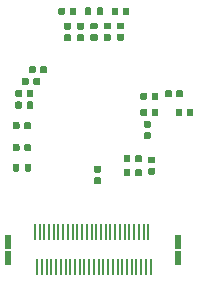
<source format=gbr>
%TF.GenerationSoftware,KiCad,Pcbnew,(5.1.2)-1*%
%TF.CreationDate,2022-05-17T10:19:51-05:00*%
%TF.ProjectId,aducm_board,61647563-6d5f-4626-9f61-72642e6b6963,1.6*%
%TF.SameCoordinates,Original*%
%TF.FileFunction,Paste,Bot*%
%TF.FilePolarity,Positive*%
%FSLAX46Y46*%
G04 Gerber Fmt 4.6, Leading zero omitted, Abs format (unit mm)*
G04 Created by KiCad (PCBNEW (5.1.2)-1) date 2022-05-17 10:19:51*
%MOMM*%
%LPD*%
G04 APERTURE LIST*
%ADD10C,0.100000*%
%ADD11C,0.540000*%
%ADD12R,0.500000X1.200000*%
%ADD13R,0.196660X1.350000*%
%ADD14C,0.560000*%
G04 APERTURE END LIST*
D10*
%TO.C,R5*%
G36*
X135088232Y-122390650D02*
G01*
X135101337Y-122392594D01*
X135114188Y-122395813D01*
X135126662Y-122400276D01*
X135138639Y-122405941D01*
X135150002Y-122412752D01*
X135160643Y-122420644D01*
X135170459Y-122429541D01*
X135179356Y-122439357D01*
X135187248Y-122449998D01*
X135194059Y-122461361D01*
X135199724Y-122473338D01*
X135204187Y-122485812D01*
X135207406Y-122498663D01*
X135209350Y-122511768D01*
X135210000Y-122525000D01*
X135210000Y-122895000D01*
X135209350Y-122908232D01*
X135207406Y-122921337D01*
X135204187Y-122934188D01*
X135199724Y-122946662D01*
X135194059Y-122958639D01*
X135187248Y-122970002D01*
X135179356Y-122980643D01*
X135170459Y-122990459D01*
X135160643Y-122999356D01*
X135150002Y-123007248D01*
X135138639Y-123014059D01*
X135126662Y-123019724D01*
X135114188Y-123024187D01*
X135101337Y-123027406D01*
X135088232Y-123029350D01*
X135075000Y-123030000D01*
X134805000Y-123030000D01*
X134791768Y-123029350D01*
X134778663Y-123027406D01*
X134765812Y-123024187D01*
X134753338Y-123019724D01*
X134741361Y-123014059D01*
X134729998Y-123007248D01*
X134719357Y-122999356D01*
X134709541Y-122990459D01*
X134700644Y-122980643D01*
X134692752Y-122970002D01*
X134685941Y-122958639D01*
X134680276Y-122946662D01*
X134675813Y-122934188D01*
X134672594Y-122921337D01*
X134670650Y-122908232D01*
X134670000Y-122895000D01*
X134670000Y-122525000D01*
X134670650Y-122511768D01*
X134672594Y-122498663D01*
X134675813Y-122485812D01*
X134680276Y-122473338D01*
X134685941Y-122461361D01*
X134692752Y-122449998D01*
X134700644Y-122439357D01*
X134709541Y-122429541D01*
X134719357Y-122420644D01*
X134729998Y-122412752D01*
X134741361Y-122405941D01*
X134753338Y-122400276D01*
X134765812Y-122395813D01*
X134778663Y-122392594D01*
X134791768Y-122390650D01*
X134805000Y-122390000D01*
X135075000Y-122390000D01*
X135088232Y-122390650D01*
X135088232Y-122390650D01*
G37*
D11*
X134940000Y-122710000D03*
D10*
G36*
X136108232Y-122390650D02*
G01*
X136121337Y-122392594D01*
X136134188Y-122395813D01*
X136146662Y-122400276D01*
X136158639Y-122405941D01*
X136170002Y-122412752D01*
X136180643Y-122420644D01*
X136190459Y-122429541D01*
X136199356Y-122439357D01*
X136207248Y-122449998D01*
X136214059Y-122461361D01*
X136219724Y-122473338D01*
X136224187Y-122485812D01*
X136227406Y-122498663D01*
X136229350Y-122511768D01*
X136230000Y-122525000D01*
X136230000Y-122895000D01*
X136229350Y-122908232D01*
X136227406Y-122921337D01*
X136224187Y-122934188D01*
X136219724Y-122946662D01*
X136214059Y-122958639D01*
X136207248Y-122970002D01*
X136199356Y-122980643D01*
X136190459Y-122990459D01*
X136180643Y-122999356D01*
X136170002Y-123007248D01*
X136158639Y-123014059D01*
X136146662Y-123019724D01*
X136134188Y-123024187D01*
X136121337Y-123027406D01*
X136108232Y-123029350D01*
X136095000Y-123030000D01*
X135825000Y-123030000D01*
X135811768Y-123029350D01*
X135798663Y-123027406D01*
X135785812Y-123024187D01*
X135773338Y-123019724D01*
X135761361Y-123014059D01*
X135749998Y-123007248D01*
X135739357Y-122999356D01*
X135729541Y-122990459D01*
X135720644Y-122980643D01*
X135712752Y-122970002D01*
X135705941Y-122958639D01*
X135700276Y-122946662D01*
X135695813Y-122934188D01*
X135692594Y-122921337D01*
X135690650Y-122908232D01*
X135690000Y-122895000D01*
X135690000Y-122525000D01*
X135690650Y-122511768D01*
X135692594Y-122498663D01*
X135695813Y-122485812D01*
X135700276Y-122473338D01*
X135705941Y-122461361D01*
X135712752Y-122449998D01*
X135720644Y-122439357D01*
X135729541Y-122429541D01*
X135739357Y-122420644D01*
X135749998Y-122412752D01*
X135761361Y-122405941D01*
X135773338Y-122400276D01*
X135785812Y-122395813D01*
X135798663Y-122392594D01*
X135811768Y-122390650D01*
X135825000Y-122390000D01*
X136095000Y-122390000D01*
X136108232Y-122390650D01*
X136108232Y-122390650D01*
G37*
D11*
X135960000Y-122710000D03*
%TD*%
D12*
%TO.C,J2*%
X148700000Y-128965000D03*
X148700000Y-130365000D03*
X134250000Y-128965000D03*
X134250000Y-130365000D03*
D13*
X136550000Y-128190000D03*
X136950000Y-128190000D03*
X137350000Y-128190000D03*
X137750000Y-128190000D03*
X138150000Y-128190000D03*
X138550000Y-128190000D03*
X138950000Y-128190000D03*
X139350000Y-128190000D03*
X139750000Y-128190000D03*
X140150000Y-128190000D03*
X140550000Y-128190000D03*
X140950000Y-128190000D03*
X141350000Y-128190000D03*
X141750000Y-128190000D03*
X142150000Y-128190000D03*
X142550000Y-128190000D03*
X142950000Y-128190000D03*
X143350000Y-128190000D03*
X143750000Y-128190000D03*
X144150000Y-128190000D03*
X144550000Y-128190000D03*
X144950000Y-128190000D03*
X145350000Y-128190000D03*
X145750000Y-128190000D03*
X146150000Y-128190000D03*
X136750000Y-131140000D03*
X137150000Y-131140000D03*
X137550000Y-131140000D03*
X137950000Y-131140000D03*
X138350000Y-131140000D03*
X138750000Y-131140000D03*
X139150000Y-131140000D03*
X139550000Y-131140000D03*
X139950000Y-131140000D03*
X140350000Y-131140000D03*
X140750000Y-131140000D03*
X141150000Y-131140000D03*
X141550000Y-131140000D03*
X141950000Y-131140000D03*
X142350000Y-131140000D03*
X142750000Y-131140000D03*
X143150000Y-131140000D03*
X143550000Y-131140000D03*
X143950000Y-131140000D03*
X144350000Y-131140000D03*
X144750000Y-131140000D03*
X145150000Y-131140000D03*
X145550000Y-131140000D03*
X145950000Y-131140000D03*
X146350000Y-131140000D03*
%TD*%
D10*
%TO.C,C23*%
G36*
X148893722Y-117730674D02*
G01*
X148907313Y-117732690D01*
X148920640Y-117736028D01*
X148933576Y-117740657D01*
X148945996Y-117746531D01*
X148957780Y-117753594D01*
X148968815Y-117761779D01*
X148978995Y-117771005D01*
X148988221Y-117781185D01*
X148996406Y-117792220D01*
X149003469Y-117804004D01*
X149009343Y-117816424D01*
X149013972Y-117829360D01*
X149017310Y-117842687D01*
X149019326Y-117856278D01*
X149020000Y-117870000D01*
X149020000Y-118210000D01*
X149019326Y-118223722D01*
X149017310Y-118237313D01*
X149013972Y-118250640D01*
X149009343Y-118263576D01*
X149003469Y-118275996D01*
X148996406Y-118287780D01*
X148988221Y-118298815D01*
X148978995Y-118308995D01*
X148968815Y-118318221D01*
X148957780Y-118326406D01*
X148945996Y-118333469D01*
X148933576Y-118339343D01*
X148920640Y-118343972D01*
X148907313Y-118347310D01*
X148893722Y-118349326D01*
X148880000Y-118350000D01*
X148600000Y-118350000D01*
X148586278Y-118349326D01*
X148572687Y-118347310D01*
X148559360Y-118343972D01*
X148546424Y-118339343D01*
X148534004Y-118333469D01*
X148522220Y-118326406D01*
X148511185Y-118318221D01*
X148501005Y-118308995D01*
X148491779Y-118298815D01*
X148483594Y-118287780D01*
X148476531Y-118275996D01*
X148470657Y-118263576D01*
X148466028Y-118250640D01*
X148462690Y-118237313D01*
X148460674Y-118223722D01*
X148460000Y-118210000D01*
X148460000Y-117870000D01*
X148460674Y-117856278D01*
X148462690Y-117842687D01*
X148466028Y-117829360D01*
X148470657Y-117816424D01*
X148476531Y-117804004D01*
X148483594Y-117792220D01*
X148491779Y-117781185D01*
X148501005Y-117771005D01*
X148511185Y-117761779D01*
X148522220Y-117753594D01*
X148534004Y-117746531D01*
X148546424Y-117740657D01*
X148559360Y-117736028D01*
X148572687Y-117732690D01*
X148586278Y-117730674D01*
X148600000Y-117730000D01*
X148880000Y-117730000D01*
X148893722Y-117730674D01*
X148893722Y-117730674D01*
G37*
D14*
X148740000Y-118040000D03*
D10*
G36*
X149853722Y-117730674D02*
G01*
X149867313Y-117732690D01*
X149880640Y-117736028D01*
X149893576Y-117740657D01*
X149905996Y-117746531D01*
X149917780Y-117753594D01*
X149928815Y-117761779D01*
X149938995Y-117771005D01*
X149948221Y-117781185D01*
X149956406Y-117792220D01*
X149963469Y-117804004D01*
X149969343Y-117816424D01*
X149973972Y-117829360D01*
X149977310Y-117842687D01*
X149979326Y-117856278D01*
X149980000Y-117870000D01*
X149980000Y-118210000D01*
X149979326Y-118223722D01*
X149977310Y-118237313D01*
X149973972Y-118250640D01*
X149969343Y-118263576D01*
X149963469Y-118275996D01*
X149956406Y-118287780D01*
X149948221Y-118298815D01*
X149938995Y-118308995D01*
X149928815Y-118318221D01*
X149917780Y-118326406D01*
X149905996Y-118333469D01*
X149893576Y-118339343D01*
X149880640Y-118343972D01*
X149867313Y-118347310D01*
X149853722Y-118349326D01*
X149840000Y-118350000D01*
X149560000Y-118350000D01*
X149546278Y-118349326D01*
X149532687Y-118347310D01*
X149519360Y-118343972D01*
X149506424Y-118339343D01*
X149494004Y-118333469D01*
X149482220Y-118326406D01*
X149471185Y-118318221D01*
X149461005Y-118308995D01*
X149451779Y-118298815D01*
X149443594Y-118287780D01*
X149436531Y-118275996D01*
X149430657Y-118263576D01*
X149426028Y-118250640D01*
X149422690Y-118237313D01*
X149420674Y-118223722D01*
X149420000Y-118210000D01*
X149420000Y-117870000D01*
X149420674Y-117856278D01*
X149422690Y-117842687D01*
X149426028Y-117829360D01*
X149430657Y-117816424D01*
X149436531Y-117804004D01*
X149443594Y-117792220D01*
X149451779Y-117781185D01*
X149461005Y-117771005D01*
X149471185Y-117761779D01*
X149482220Y-117753594D01*
X149494004Y-117746531D01*
X149506424Y-117740657D01*
X149519360Y-117736028D01*
X149532687Y-117732690D01*
X149546278Y-117730674D01*
X149560000Y-117730000D01*
X149840000Y-117730000D01*
X149853722Y-117730674D01*
X149853722Y-117730674D01*
G37*
D14*
X149700000Y-118040000D03*
%TD*%
D10*
%TO.C,C8*%
G36*
X135123722Y-118840674D02*
G01*
X135137313Y-118842690D01*
X135150640Y-118846028D01*
X135163576Y-118850657D01*
X135175996Y-118856531D01*
X135187780Y-118863594D01*
X135198815Y-118871779D01*
X135208995Y-118881005D01*
X135218221Y-118891185D01*
X135226406Y-118902220D01*
X135233469Y-118914004D01*
X135239343Y-118926424D01*
X135243972Y-118939360D01*
X135247310Y-118952687D01*
X135249326Y-118966278D01*
X135250000Y-118980000D01*
X135250000Y-119320000D01*
X135249326Y-119333722D01*
X135247310Y-119347313D01*
X135243972Y-119360640D01*
X135239343Y-119373576D01*
X135233469Y-119385996D01*
X135226406Y-119397780D01*
X135218221Y-119408815D01*
X135208995Y-119418995D01*
X135198815Y-119428221D01*
X135187780Y-119436406D01*
X135175996Y-119443469D01*
X135163576Y-119449343D01*
X135150640Y-119453972D01*
X135137313Y-119457310D01*
X135123722Y-119459326D01*
X135110000Y-119460000D01*
X134830000Y-119460000D01*
X134816278Y-119459326D01*
X134802687Y-119457310D01*
X134789360Y-119453972D01*
X134776424Y-119449343D01*
X134764004Y-119443469D01*
X134752220Y-119436406D01*
X134741185Y-119428221D01*
X134731005Y-119418995D01*
X134721779Y-119408815D01*
X134713594Y-119397780D01*
X134706531Y-119385996D01*
X134700657Y-119373576D01*
X134696028Y-119360640D01*
X134692690Y-119347313D01*
X134690674Y-119333722D01*
X134690000Y-119320000D01*
X134690000Y-118980000D01*
X134690674Y-118966278D01*
X134692690Y-118952687D01*
X134696028Y-118939360D01*
X134700657Y-118926424D01*
X134706531Y-118914004D01*
X134713594Y-118902220D01*
X134721779Y-118891185D01*
X134731005Y-118881005D01*
X134741185Y-118871779D01*
X134752220Y-118863594D01*
X134764004Y-118856531D01*
X134776424Y-118850657D01*
X134789360Y-118846028D01*
X134802687Y-118842690D01*
X134816278Y-118840674D01*
X134830000Y-118840000D01*
X135110000Y-118840000D01*
X135123722Y-118840674D01*
X135123722Y-118840674D01*
G37*
D14*
X134970000Y-119150000D03*
D10*
G36*
X136083722Y-118840674D02*
G01*
X136097313Y-118842690D01*
X136110640Y-118846028D01*
X136123576Y-118850657D01*
X136135996Y-118856531D01*
X136147780Y-118863594D01*
X136158815Y-118871779D01*
X136168995Y-118881005D01*
X136178221Y-118891185D01*
X136186406Y-118902220D01*
X136193469Y-118914004D01*
X136199343Y-118926424D01*
X136203972Y-118939360D01*
X136207310Y-118952687D01*
X136209326Y-118966278D01*
X136210000Y-118980000D01*
X136210000Y-119320000D01*
X136209326Y-119333722D01*
X136207310Y-119347313D01*
X136203972Y-119360640D01*
X136199343Y-119373576D01*
X136193469Y-119385996D01*
X136186406Y-119397780D01*
X136178221Y-119408815D01*
X136168995Y-119418995D01*
X136158815Y-119428221D01*
X136147780Y-119436406D01*
X136135996Y-119443469D01*
X136123576Y-119449343D01*
X136110640Y-119453972D01*
X136097313Y-119457310D01*
X136083722Y-119459326D01*
X136070000Y-119460000D01*
X135790000Y-119460000D01*
X135776278Y-119459326D01*
X135762687Y-119457310D01*
X135749360Y-119453972D01*
X135736424Y-119449343D01*
X135724004Y-119443469D01*
X135712220Y-119436406D01*
X135701185Y-119428221D01*
X135691005Y-119418995D01*
X135681779Y-119408815D01*
X135673594Y-119397780D01*
X135666531Y-119385996D01*
X135660657Y-119373576D01*
X135656028Y-119360640D01*
X135652690Y-119347313D01*
X135650674Y-119333722D01*
X135650000Y-119320000D01*
X135650000Y-118980000D01*
X135650674Y-118966278D01*
X135652690Y-118952687D01*
X135656028Y-118939360D01*
X135660657Y-118926424D01*
X135666531Y-118914004D01*
X135673594Y-118902220D01*
X135681779Y-118891185D01*
X135691005Y-118881005D01*
X135701185Y-118871779D01*
X135712220Y-118863594D01*
X135724004Y-118856531D01*
X135736424Y-118850657D01*
X135749360Y-118846028D01*
X135762687Y-118842690D01*
X135776278Y-118840674D01*
X135790000Y-118840000D01*
X136070000Y-118840000D01*
X136083722Y-118840674D01*
X136083722Y-118840674D01*
G37*
D14*
X135930000Y-119150000D03*
%TD*%
D10*
%TO.C,C9*%
G36*
X142033722Y-123530674D02*
G01*
X142047313Y-123532690D01*
X142060640Y-123536028D01*
X142073576Y-123540657D01*
X142085996Y-123546531D01*
X142097780Y-123553594D01*
X142108815Y-123561779D01*
X142118995Y-123571005D01*
X142128221Y-123581185D01*
X142136406Y-123592220D01*
X142143469Y-123604004D01*
X142149343Y-123616424D01*
X142153972Y-123629360D01*
X142157310Y-123642687D01*
X142159326Y-123656278D01*
X142160000Y-123670000D01*
X142160000Y-123950000D01*
X142159326Y-123963722D01*
X142157310Y-123977313D01*
X142153972Y-123990640D01*
X142149343Y-124003576D01*
X142143469Y-124015996D01*
X142136406Y-124027780D01*
X142128221Y-124038815D01*
X142118995Y-124048995D01*
X142108815Y-124058221D01*
X142097780Y-124066406D01*
X142085996Y-124073469D01*
X142073576Y-124079343D01*
X142060640Y-124083972D01*
X142047313Y-124087310D01*
X142033722Y-124089326D01*
X142020000Y-124090000D01*
X141680000Y-124090000D01*
X141666278Y-124089326D01*
X141652687Y-124087310D01*
X141639360Y-124083972D01*
X141626424Y-124079343D01*
X141614004Y-124073469D01*
X141602220Y-124066406D01*
X141591185Y-124058221D01*
X141581005Y-124048995D01*
X141571779Y-124038815D01*
X141563594Y-124027780D01*
X141556531Y-124015996D01*
X141550657Y-124003576D01*
X141546028Y-123990640D01*
X141542690Y-123977313D01*
X141540674Y-123963722D01*
X141540000Y-123950000D01*
X141540000Y-123670000D01*
X141540674Y-123656278D01*
X141542690Y-123642687D01*
X141546028Y-123629360D01*
X141550657Y-123616424D01*
X141556531Y-123604004D01*
X141563594Y-123592220D01*
X141571779Y-123581185D01*
X141581005Y-123571005D01*
X141591185Y-123561779D01*
X141602220Y-123553594D01*
X141614004Y-123546531D01*
X141626424Y-123540657D01*
X141639360Y-123536028D01*
X141652687Y-123532690D01*
X141666278Y-123530674D01*
X141680000Y-123530000D01*
X142020000Y-123530000D01*
X142033722Y-123530674D01*
X142033722Y-123530674D01*
G37*
D14*
X141850000Y-123810000D03*
D10*
G36*
X142033722Y-122570674D02*
G01*
X142047313Y-122572690D01*
X142060640Y-122576028D01*
X142073576Y-122580657D01*
X142085996Y-122586531D01*
X142097780Y-122593594D01*
X142108815Y-122601779D01*
X142118995Y-122611005D01*
X142128221Y-122621185D01*
X142136406Y-122632220D01*
X142143469Y-122644004D01*
X142149343Y-122656424D01*
X142153972Y-122669360D01*
X142157310Y-122682687D01*
X142159326Y-122696278D01*
X142160000Y-122710000D01*
X142160000Y-122990000D01*
X142159326Y-123003722D01*
X142157310Y-123017313D01*
X142153972Y-123030640D01*
X142149343Y-123043576D01*
X142143469Y-123055996D01*
X142136406Y-123067780D01*
X142128221Y-123078815D01*
X142118995Y-123088995D01*
X142108815Y-123098221D01*
X142097780Y-123106406D01*
X142085996Y-123113469D01*
X142073576Y-123119343D01*
X142060640Y-123123972D01*
X142047313Y-123127310D01*
X142033722Y-123129326D01*
X142020000Y-123130000D01*
X141680000Y-123130000D01*
X141666278Y-123129326D01*
X141652687Y-123127310D01*
X141639360Y-123123972D01*
X141626424Y-123119343D01*
X141614004Y-123113469D01*
X141602220Y-123106406D01*
X141591185Y-123098221D01*
X141581005Y-123088995D01*
X141571779Y-123078815D01*
X141563594Y-123067780D01*
X141556531Y-123055996D01*
X141550657Y-123043576D01*
X141546028Y-123030640D01*
X141542690Y-123017313D01*
X141540674Y-123003722D01*
X141540000Y-122990000D01*
X141540000Y-122710000D01*
X141540674Y-122696278D01*
X141542690Y-122682687D01*
X141546028Y-122669360D01*
X141550657Y-122656424D01*
X141556531Y-122644004D01*
X141563594Y-122632220D01*
X141571779Y-122621185D01*
X141581005Y-122611005D01*
X141591185Y-122601779D01*
X141602220Y-122593594D01*
X141614004Y-122586531D01*
X141626424Y-122580657D01*
X141639360Y-122576028D01*
X141652687Y-122572690D01*
X141666278Y-122570674D01*
X141680000Y-122570000D01*
X142020000Y-122570000D01*
X142033722Y-122570674D01*
X142033722Y-122570674D01*
G37*
D14*
X141850000Y-122850000D03*
%TD*%
D10*
%TO.C,C27*%
G36*
X145473722Y-121630674D02*
G01*
X145487313Y-121632690D01*
X145500640Y-121636028D01*
X145513576Y-121640657D01*
X145525996Y-121646531D01*
X145537780Y-121653594D01*
X145548815Y-121661779D01*
X145558995Y-121671005D01*
X145568221Y-121681185D01*
X145576406Y-121692220D01*
X145583469Y-121704004D01*
X145589343Y-121716424D01*
X145593972Y-121729360D01*
X145597310Y-121742687D01*
X145599326Y-121756278D01*
X145600000Y-121770000D01*
X145600000Y-122110000D01*
X145599326Y-122123722D01*
X145597310Y-122137313D01*
X145593972Y-122150640D01*
X145589343Y-122163576D01*
X145583469Y-122175996D01*
X145576406Y-122187780D01*
X145568221Y-122198815D01*
X145558995Y-122208995D01*
X145548815Y-122218221D01*
X145537780Y-122226406D01*
X145525996Y-122233469D01*
X145513576Y-122239343D01*
X145500640Y-122243972D01*
X145487313Y-122247310D01*
X145473722Y-122249326D01*
X145460000Y-122250000D01*
X145180000Y-122250000D01*
X145166278Y-122249326D01*
X145152687Y-122247310D01*
X145139360Y-122243972D01*
X145126424Y-122239343D01*
X145114004Y-122233469D01*
X145102220Y-122226406D01*
X145091185Y-122218221D01*
X145081005Y-122208995D01*
X145071779Y-122198815D01*
X145063594Y-122187780D01*
X145056531Y-122175996D01*
X145050657Y-122163576D01*
X145046028Y-122150640D01*
X145042690Y-122137313D01*
X145040674Y-122123722D01*
X145040000Y-122110000D01*
X145040000Y-121770000D01*
X145040674Y-121756278D01*
X145042690Y-121742687D01*
X145046028Y-121729360D01*
X145050657Y-121716424D01*
X145056531Y-121704004D01*
X145063594Y-121692220D01*
X145071779Y-121681185D01*
X145081005Y-121671005D01*
X145091185Y-121661779D01*
X145102220Y-121653594D01*
X145114004Y-121646531D01*
X145126424Y-121640657D01*
X145139360Y-121636028D01*
X145152687Y-121632690D01*
X145166278Y-121630674D01*
X145180000Y-121630000D01*
X145460000Y-121630000D01*
X145473722Y-121630674D01*
X145473722Y-121630674D01*
G37*
D14*
X145320000Y-121940000D03*
D10*
G36*
X144513722Y-121630674D02*
G01*
X144527313Y-121632690D01*
X144540640Y-121636028D01*
X144553576Y-121640657D01*
X144565996Y-121646531D01*
X144577780Y-121653594D01*
X144588815Y-121661779D01*
X144598995Y-121671005D01*
X144608221Y-121681185D01*
X144616406Y-121692220D01*
X144623469Y-121704004D01*
X144629343Y-121716424D01*
X144633972Y-121729360D01*
X144637310Y-121742687D01*
X144639326Y-121756278D01*
X144640000Y-121770000D01*
X144640000Y-122110000D01*
X144639326Y-122123722D01*
X144637310Y-122137313D01*
X144633972Y-122150640D01*
X144629343Y-122163576D01*
X144623469Y-122175996D01*
X144616406Y-122187780D01*
X144608221Y-122198815D01*
X144598995Y-122208995D01*
X144588815Y-122218221D01*
X144577780Y-122226406D01*
X144565996Y-122233469D01*
X144553576Y-122239343D01*
X144540640Y-122243972D01*
X144527313Y-122247310D01*
X144513722Y-122249326D01*
X144500000Y-122250000D01*
X144220000Y-122250000D01*
X144206278Y-122249326D01*
X144192687Y-122247310D01*
X144179360Y-122243972D01*
X144166424Y-122239343D01*
X144154004Y-122233469D01*
X144142220Y-122226406D01*
X144131185Y-122218221D01*
X144121005Y-122208995D01*
X144111779Y-122198815D01*
X144103594Y-122187780D01*
X144096531Y-122175996D01*
X144090657Y-122163576D01*
X144086028Y-122150640D01*
X144082690Y-122137313D01*
X144080674Y-122123722D01*
X144080000Y-122110000D01*
X144080000Y-121770000D01*
X144080674Y-121756278D01*
X144082690Y-121742687D01*
X144086028Y-121729360D01*
X144090657Y-121716424D01*
X144096531Y-121704004D01*
X144103594Y-121692220D01*
X144111779Y-121681185D01*
X144121005Y-121671005D01*
X144131185Y-121661779D01*
X144142220Y-121653594D01*
X144154004Y-121646531D01*
X144166424Y-121640657D01*
X144179360Y-121636028D01*
X144192687Y-121632690D01*
X144206278Y-121630674D01*
X144220000Y-121630000D01*
X144500000Y-121630000D01*
X144513722Y-121630674D01*
X144513722Y-121630674D01*
G37*
D14*
X144360000Y-121940000D03*
%TD*%
D10*
%TO.C,C31*%
G36*
X145473722Y-122810674D02*
G01*
X145487313Y-122812690D01*
X145500640Y-122816028D01*
X145513576Y-122820657D01*
X145525996Y-122826531D01*
X145537780Y-122833594D01*
X145548815Y-122841779D01*
X145558995Y-122851005D01*
X145568221Y-122861185D01*
X145576406Y-122872220D01*
X145583469Y-122884004D01*
X145589343Y-122896424D01*
X145593972Y-122909360D01*
X145597310Y-122922687D01*
X145599326Y-122936278D01*
X145600000Y-122950000D01*
X145600000Y-123290000D01*
X145599326Y-123303722D01*
X145597310Y-123317313D01*
X145593972Y-123330640D01*
X145589343Y-123343576D01*
X145583469Y-123355996D01*
X145576406Y-123367780D01*
X145568221Y-123378815D01*
X145558995Y-123388995D01*
X145548815Y-123398221D01*
X145537780Y-123406406D01*
X145525996Y-123413469D01*
X145513576Y-123419343D01*
X145500640Y-123423972D01*
X145487313Y-123427310D01*
X145473722Y-123429326D01*
X145460000Y-123430000D01*
X145180000Y-123430000D01*
X145166278Y-123429326D01*
X145152687Y-123427310D01*
X145139360Y-123423972D01*
X145126424Y-123419343D01*
X145114004Y-123413469D01*
X145102220Y-123406406D01*
X145091185Y-123398221D01*
X145081005Y-123388995D01*
X145071779Y-123378815D01*
X145063594Y-123367780D01*
X145056531Y-123355996D01*
X145050657Y-123343576D01*
X145046028Y-123330640D01*
X145042690Y-123317313D01*
X145040674Y-123303722D01*
X145040000Y-123290000D01*
X145040000Y-122950000D01*
X145040674Y-122936278D01*
X145042690Y-122922687D01*
X145046028Y-122909360D01*
X145050657Y-122896424D01*
X145056531Y-122884004D01*
X145063594Y-122872220D01*
X145071779Y-122861185D01*
X145081005Y-122851005D01*
X145091185Y-122841779D01*
X145102220Y-122833594D01*
X145114004Y-122826531D01*
X145126424Y-122820657D01*
X145139360Y-122816028D01*
X145152687Y-122812690D01*
X145166278Y-122810674D01*
X145180000Y-122810000D01*
X145460000Y-122810000D01*
X145473722Y-122810674D01*
X145473722Y-122810674D01*
G37*
D14*
X145320000Y-123120000D03*
D10*
G36*
X144513722Y-122810674D02*
G01*
X144527313Y-122812690D01*
X144540640Y-122816028D01*
X144553576Y-122820657D01*
X144565996Y-122826531D01*
X144577780Y-122833594D01*
X144588815Y-122841779D01*
X144598995Y-122851005D01*
X144608221Y-122861185D01*
X144616406Y-122872220D01*
X144623469Y-122884004D01*
X144629343Y-122896424D01*
X144633972Y-122909360D01*
X144637310Y-122922687D01*
X144639326Y-122936278D01*
X144640000Y-122950000D01*
X144640000Y-123290000D01*
X144639326Y-123303722D01*
X144637310Y-123317313D01*
X144633972Y-123330640D01*
X144629343Y-123343576D01*
X144623469Y-123355996D01*
X144616406Y-123367780D01*
X144608221Y-123378815D01*
X144598995Y-123388995D01*
X144588815Y-123398221D01*
X144577780Y-123406406D01*
X144565996Y-123413469D01*
X144553576Y-123419343D01*
X144540640Y-123423972D01*
X144527313Y-123427310D01*
X144513722Y-123429326D01*
X144500000Y-123430000D01*
X144220000Y-123430000D01*
X144206278Y-123429326D01*
X144192687Y-123427310D01*
X144179360Y-123423972D01*
X144166424Y-123419343D01*
X144154004Y-123413469D01*
X144142220Y-123406406D01*
X144131185Y-123398221D01*
X144121005Y-123388995D01*
X144111779Y-123378815D01*
X144103594Y-123367780D01*
X144096531Y-123355996D01*
X144090657Y-123343576D01*
X144086028Y-123330640D01*
X144082690Y-123317313D01*
X144080674Y-123303722D01*
X144080000Y-123290000D01*
X144080000Y-122950000D01*
X144080674Y-122936278D01*
X144082690Y-122922687D01*
X144086028Y-122909360D01*
X144090657Y-122896424D01*
X144096531Y-122884004D01*
X144103594Y-122872220D01*
X144111779Y-122861185D01*
X144121005Y-122851005D01*
X144131185Y-122841779D01*
X144142220Y-122833594D01*
X144154004Y-122826531D01*
X144166424Y-122820657D01*
X144179360Y-122816028D01*
X144192687Y-122812690D01*
X144206278Y-122810674D01*
X144220000Y-122810000D01*
X144500000Y-122810000D01*
X144513722Y-122810674D01*
X144513722Y-122810674D01*
G37*
D14*
X144360000Y-123120000D03*
%TD*%
D10*
%TO.C,C21*%
G36*
X146633722Y-122730674D02*
G01*
X146647313Y-122732690D01*
X146660640Y-122736028D01*
X146673576Y-122740657D01*
X146685996Y-122746531D01*
X146697780Y-122753594D01*
X146708815Y-122761779D01*
X146718995Y-122771005D01*
X146728221Y-122781185D01*
X146736406Y-122792220D01*
X146743469Y-122804004D01*
X146749343Y-122816424D01*
X146753972Y-122829360D01*
X146757310Y-122842687D01*
X146759326Y-122856278D01*
X146760000Y-122870000D01*
X146760000Y-123150000D01*
X146759326Y-123163722D01*
X146757310Y-123177313D01*
X146753972Y-123190640D01*
X146749343Y-123203576D01*
X146743469Y-123215996D01*
X146736406Y-123227780D01*
X146728221Y-123238815D01*
X146718995Y-123248995D01*
X146708815Y-123258221D01*
X146697780Y-123266406D01*
X146685996Y-123273469D01*
X146673576Y-123279343D01*
X146660640Y-123283972D01*
X146647313Y-123287310D01*
X146633722Y-123289326D01*
X146620000Y-123290000D01*
X146280000Y-123290000D01*
X146266278Y-123289326D01*
X146252687Y-123287310D01*
X146239360Y-123283972D01*
X146226424Y-123279343D01*
X146214004Y-123273469D01*
X146202220Y-123266406D01*
X146191185Y-123258221D01*
X146181005Y-123248995D01*
X146171779Y-123238815D01*
X146163594Y-123227780D01*
X146156531Y-123215996D01*
X146150657Y-123203576D01*
X146146028Y-123190640D01*
X146142690Y-123177313D01*
X146140674Y-123163722D01*
X146140000Y-123150000D01*
X146140000Y-122870000D01*
X146140674Y-122856278D01*
X146142690Y-122842687D01*
X146146028Y-122829360D01*
X146150657Y-122816424D01*
X146156531Y-122804004D01*
X146163594Y-122792220D01*
X146171779Y-122781185D01*
X146181005Y-122771005D01*
X146191185Y-122761779D01*
X146202220Y-122753594D01*
X146214004Y-122746531D01*
X146226424Y-122740657D01*
X146239360Y-122736028D01*
X146252687Y-122732690D01*
X146266278Y-122730674D01*
X146280000Y-122730000D01*
X146620000Y-122730000D01*
X146633722Y-122730674D01*
X146633722Y-122730674D01*
G37*
D14*
X146450000Y-123010000D03*
D10*
G36*
X146633722Y-121770674D02*
G01*
X146647313Y-121772690D01*
X146660640Y-121776028D01*
X146673576Y-121780657D01*
X146685996Y-121786531D01*
X146697780Y-121793594D01*
X146708815Y-121801779D01*
X146718995Y-121811005D01*
X146728221Y-121821185D01*
X146736406Y-121832220D01*
X146743469Y-121844004D01*
X146749343Y-121856424D01*
X146753972Y-121869360D01*
X146757310Y-121882687D01*
X146759326Y-121896278D01*
X146760000Y-121910000D01*
X146760000Y-122190000D01*
X146759326Y-122203722D01*
X146757310Y-122217313D01*
X146753972Y-122230640D01*
X146749343Y-122243576D01*
X146743469Y-122255996D01*
X146736406Y-122267780D01*
X146728221Y-122278815D01*
X146718995Y-122288995D01*
X146708815Y-122298221D01*
X146697780Y-122306406D01*
X146685996Y-122313469D01*
X146673576Y-122319343D01*
X146660640Y-122323972D01*
X146647313Y-122327310D01*
X146633722Y-122329326D01*
X146620000Y-122330000D01*
X146280000Y-122330000D01*
X146266278Y-122329326D01*
X146252687Y-122327310D01*
X146239360Y-122323972D01*
X146226424Y-122319343D01*
X146214004Y-122313469D01*
X146202220Y-122306406D01*
X146191185Y-122298221D01*
X146181005Y-122288995D01*
X146171779Y-122278815D01*
X146163594Y-122267780D01*
X146156531Y-122255996D01*
X146150657Y-122243576D01*
X146146028Y-122230640D01*
X146142690Y-122217313D01*
X146140674Y-122203722D01*
X146140000Y-122190000D01*
X146140000Y-121910000D01*
X146140674Y-121896278D01*
X146142690Y-121882687D01*
X146146028Y-121869360D01*
X146150657Y-121856424D01*
X146156531Y-121844004D01*
X146163594Y-121832220D01*
X146171779Y-121821185D01*
X146181005Y-121811005D01*
X146191185Y-121801779D01*
X146202220Y-121793594D01*
X146214004Y-121786531D01*
X146226424Y-121780657D01*
X146239360Y-121776028D01*
X146252687Y-121772690D01*
X146266278Y-121770674D01*
X146280000Y-121770000D01*
X146620000Y-121770000D01*
X146633722Y-121770674D01*
X146633722Y-121770674D01*
G37*
D14*
X146450000Y-122050000D03*
%TD*%
D10*
%TO.C,R4*%
G36*
X142208232Y-109140650D02*
G01*
X142221337Y-109142594D01*
X142234188Y-109145813D01*
X142246662Y-109150276D01*
X142258639Y-109155941D01*
X142270002Y-109162752D01*
X142280643Y-109170644D01*
X142290459Y-109179541D01*
X142299356Y-109189357D01*
X142307248Y-109199998D01*
X142314059Y-109211361D01*
X142319724Y-109223338D01*
X142324187Y-109235812D01*
X142327406Y-109248663D01*
X142329350Y-109261768D01*
X142330000Y-109275000D01*
X142330000Y-109645000D01*
X142329350Y-109658232D01*
X142327406Y-109671337D01*
X142324187Y-109684188D01*
X142319724Y-109696662D01*
X142314059Y-109708639D01*
X142307248Y-109720002D01*
X142299356Y-109730643D01*
X142290459Y-109740459D01*
X142280643Y-109749356D01*
X142270002Y-109757248D01*
X142258639Y-109764059D01*
X142246662Y-109769724D01*
X142234188Y-109774187D01*
X142221337Y-109777406D01*
X142208232Y-109779350D01*
X142195000Y-109780000D01*
X141925000Y-109780000D01*
X141911768Y-109779350D01*
X141898663Y-109777406D01*
X141885812Y-109774187D01*
X141873338Y-109769724D01*
X141861361Y-109764059D01*
X141849998Y-109757248D01*
X141839357Y-109749356D01*
X141829541Y-109740459D01*
X141820644Y-109730643D01*
X141812752Y-109720002D01*
X141805941Y-109708639D01*
X141800276Y-109696662D01*
X141795813Y-109684188D01*
X141792594Y-109671337D01*
X141790650Y-109658232D01*
X141790000Y-109645000D01*
X141790000Y-109275000D01*
X141790650Y-109261768D01*
X141792594Y-109248663D01*
X141795813Y-109235812D01*
X141800276Y-109223338D01*
X141805941Y-109211361D01*
X141812752Y-109199998D01*
X141820644Y-109189357D01*
X141829541Y-109179541D01*
X141839357Y-109170644D01*
X141849998Y-109162752D01*
X141861361Y-109155941D01*
X141873338Y-109150276D01*
X141885812Y-109145813D01*
X141898663Y-109142594D01*
X141911768Y-109140650D01*
X141925000Y-109140000D01*
X142195000Y-109140000D01*
X142208232Y-109140650D01*
X142208232Y-109140650D01*
G37*
D11*
X142060000Y-109460000D03*
D10*
G36*
X141188232Y-109140650D02*
G01*
X141201337Y-109142594D01*
X141214188Y-109145813D01*
X141226662Y-109150276D01*
X141238639Y-109155941D01*
X141250002Y-109162752D01*
X141260643Y-109170644D01*
X141270459Y-109179541D01*
X141279356Y-109189357D01*
X141287248Y-109199998D01*
X141294059Y-109211361D01*
X141299724Y-109223338D01*
X141304187Y-109235812D01*
X141307406Y-109248663D01*
X141309350Y-109261768D01*
X141310000Y-109275000D01*
X141310000Y-109645000D01*
X141309350Y-109658232D01*
X141307406Y-109671337D01*
X141304187Y-109684188D01*
X141299724Y-109696662D01*
X141294059Y-109708639D01*
X141287248Y-109720002D01*
X141279356Y-109730643D01*
X141270459Y-109740459D01*
X141260643Y-109749356D01*
X141250002Y-109757248D01*
X141238639Y-109764059D01*
X141226662Y-109769724D01*
X141214188Y-109774187D01*
X141201337Y-109777406D01*
X141188232Y-109779350D01*
X141175000Y-109780000D01*
X140905000Y-109780000D01*
X140891768Y-109779350D01*
X140878663Y-109777406D01*
X140865812Y-109774187D01*
X140853338Y-109769724D01*
X140841361Y-109764059D01*
X140829998Y-109757248D01*
X140819357Y-109749356D01*
X140809541Y-109740459D01*
X140800644Y-109730643D01*
X140792752Y-109720002D01*
X140785941Y-109708639D01*
X140780276Y-109696662D01*
X140775813Y-109684188D01*
X140772594Y-109671337D01*
X140770650Y-109658232D01*
X140770000Y-109645000D01*
X140770000Y-109275000D01*
X140770650Y-109261768D01*
X140772594Y-109248663D01*
X140775813Y-109235812D01*
X140780276Y-109223338D01*
X140785941Y-109211361D01*
X140792752Y-109199998D01*
X140800644Y-109189357D01*
X140809541Y-109179541D01*
X140819357Y-109170644D01*
X140829998Y-109162752D01*
X140841361Y-109155941D01*
X140853338Y-109150276D01*
X140865812Y-109145813D01*
X140878663Y-109142594D01*
X140891768Y-109140650D01*
X140905000Y-109140000D01*
X141175000Y-109140000D01*
X141188232Y-109140650D01*
X141188232Y-109140650D01*
G37*
D11*
X141040000Y-109460000D03*
%TD*%
D10*
%TO.C,C29*%
G36*
X135323722Y-117100674D02*
G01*
X135337313Y-117102690D01*
X135350640Y-117106028D01*
X135363576Y-117110657D01*
X135375996Y-117116531D01*
X135387780Y-117123594D01*
X135398815Y-117131779D01*
X135408995Y-117141005D01*
X135418221Y-117151185D01*
X135426406Y-117162220D01*
X135433469Y-117174004D01*
X135439343Y-117186424D01*
X135443972Y-117199360D01*
X135447310Y-117212687D01*
X135449326Y-117226278D01*
X135450000Y-117240000D01*
X135450000Y-117580000D01*
X135449326Y-117593722D01*
X135447310Y-117607313D01*
X135443972Y-117620640D01*
X135439343Y-117633576D01*
X135433469Y-117645996D01*
X135426406Y-117657780D01*
X135418221Y-117668815D01*
X135408995Y-117678995D01*
X135398815Y-117688221D01*
X135387780Y-117696406D01*
X135375996Y-117703469D01*
X135363576Y-117709343D01*
X135350640Y-117713972D01*
X135337313Y-117717310D01*
X135323722Y-117719326D01*
X135310000Y-117720000D01*
X135030000Y-117720000D01*
X135016278Y-117719326D01*
X135002687Y-117717310D01*
X134989360Y-117713972D01*
X134976424Y-117709343D01*
X134964004Y-117703469D01*
X134952220Y-117696406D01*
X134941185Y-117688221D01*
X134931005Y-117678995D01*
X134921779Y-117668815D01*
X134913594Y-117657780D01*
X134906531Y-117645996D01*
X134900657Y-117633576D01*
X134896028Y-117620640D01*
X134892690Y-117607313D01*
X134890674Y-117593722D01*
X134890000Y-117580000D01*
X134890000Y-117240000D01*
X134890674Y-117226278D01*
X134892690Y-117212687D01*
X134896028Y-117199360D01*
X134900657Y-117186424D01*
X134906531Y-117174004D01*
X134913594Y-117162220D01*
X134921779Y-117151185D01*
X134931005Y-117141005D01*
X134941185Y-117131779D01*
X134952220Y-117123594D01*
X134964004Y-117116531D01*
X134976424Y-117110657D01*
X134989360Y-117106028D01*
X135002687Y-117102690D01*
X135016278Y-117100674D01*
X135030000Y-117100000D01*
X135310000Y-117100000D01*
X135323722Y-117100674D01*
X135323722Y-117100674D01*
G37*
D14*
X135170000Y-117410000D03*
D10*
G36*
X136283722Y-117100674D02*
G01*
X136297313Y-117102690D01*
X136310640Y-117106028D01*
X136323576Y-117110657D01*
X136335996Y-117116531D01*
X136347780Y-117123594D01*
X136358815Y-117131779D01*
X136368995Y-117141005D01*
X136378221Y-117151185D01*
X136386406Y-117162220D01*
X136393469Y-117174004D01*
X136399343Y-117186424D01*
X136403972Y-117199360D01*
X136407310Y-117212687D01*
X136409326Y-117226278D01*
X136410000Y-117240000D01*
X136410000Y-117580000D01*
X136409326Y-117593722D01*
X136407310Y-117607313D01*
X136403972Y-117620640D01*
X136399343Y-117633576D01*
X136393469Y-117645996D01*
X136386406Y-117657780D01*
X136378221Y-117668815D01*
X136368995Y-117678995D01*
X136358815Y-117688221D01*
X136347780Y-117696406D01*
X136335996Y-117703469D01*
X136323576Y-117709343D01*
X136310640Y-117713972D01*
X136297313Y-117717310D01*
X136283722Y-117719326D01*
X136270000Y-117720000D01*
X135990000Y-117720000D01*
X135976278Y-117719326D01*
X135962687Y-117717310D01*
X135949360Y-117713972D01*
X135936424Y-117709343D01*
X135924004Y-117703469D01*
X135912220Y-117696406D01*
X135901185Y-117688221D01*
X135891005Y-117678995D01*
X135881779Y-117668815D01*
X135873594Y-117657780D01*
X135866531Y-117645996D01*
X135860657Y-117633576D01*
X135856028Y-117620640D01*
X135852690Y-117607313D01*
X135850674Y-117593722D01*
X135850000Y-117580000D01*
X135850000Y-117240000D01*
X135850674Y-117226278D01*
X135852690Y-117212687D01*
X135856028Y-117199360D01*
X135860657Y-117186424D01*
X135866531Y-117174004D01*
X135873594Y-117162220D01*
X135881779Y-117151185D01*
X135891005Y-117141005D01*
X135901185Y-117131779D01*
X135912220Y-117123594D01*
X135924004Y-117116531D01*
X135936424Y-117110657D01*
X135949360Y-117106028D01*
X135962687Y-117102690D01*
X135976278Y-117100674D01*
X135990000Y-117100000D01*
X136270000Y-117100000D01*
X136283722Y-117100674D01*
X136283722Y-117100674D01*
G37*
D14*
X136130000Y-117410000D03*
%TD*%
D10*
%TO.C,C28*%
G36*
X135123722Y-120690674D02*
G01*
X135137313Y-120692690D01*
X135150640Y-120696028D01*
X135163576Y-120700657D01*
X135175996Y-120706531D01*
X135187780Y-120713594D01*
X135198815Y-120721779D01*
X135208995Y-120731005D01*
X135218221Y-120741185D01*
X135226406Y-120752220D01*
X135233469Y-120764004D01*
X135239343Y-120776424D01*
X135243972Y-120789360D01*
X135247310Y-120802687D01*
X135249326Y-120816278D01*
X135250000Y-120830000D01*
X135250000Y-121170000D01*
X135249326Y-121183722D01*
X135247310Y-121197313D01*
X135243972Y-121210640D01*
X135239343Y-121223576D01*
X135233469Y-121235996D01*
X135226406Y-121247780D01*
X135218221Y-121258815D01*
X135208995Y-121268995D01*
X135198815Y-121278221D01*
X135187780Y-121286406D01*
X135175996Y-121293469D01*
X135163576Y-121299343D01*
X135150640Y-121303972D01*
X135137313Y-121307310D01*
X135123722Y-121309326D01*
X135110000Y-121310000D01*
X134830000Y-121310000D01*
X134816278Y-121309326D01*
X134802687Y-121307310D01*
X134789360Y-121303972D01*
X134776424Y-121299343D01*
X134764004Y-121293469D01*
X134752220Y-121286406D01*
X134741185Y-121278221D01*
X134731005Y-121268995D01*
X134721779Y-121258815D01*
X134713594Y-121247780D01*
X134706531Y-121235996D01*
X134700657Y-121223576D01*
X134696028Y-121210640D01*
X134692690Y-121197313D01*
X134690674Y-121183722D01*
X134690000Y-121170000D01*
X134690000Y-120830000D01*
X134690674Y-120816278D01*
X134692690Y-120802687D01*
X134696028Y-120789360D01*
X134700657Y-120776424D01*
X134706531Y-120764004D01*
X134713594Y-120752220D01*
X134721779Y-120741185D01*
X134731005Y-120731005D01*
X134741185Y-120721779D01*
X134752220Y-120713594D01*
X134764004Y-120706531D01*
X134776424Y-120700657D01*
X134789360Y-120696028D01*
X134802687Y-120692690D01*
X134816278Y-120690674D01*
X134830000Y-120690000D01*
X135110000Y-120690000D01*
X135123722Y-120690674D01*
X135123722Y-120690674D01*
G37*
D14*
X134970000Y-121000000D03*
D10*
G36*
X136083722Y-120690674D02*
G01*
X136097313Y-120692690D01*
X136110640Y-120696028D01*
X136123576Y-120700657D01*
X136135996Y-120706531D01*
X136147780Y-120713594D01*
X136158815Y-120721779D01*
X136168995Y-120731005D01*
X136178221Y-120741185D01*
X136186406Y-120752220D01*
X136193469Y-120764004D01*
X136199343Y-120776424D01*
X136203972Y-120789360D01*
X136207310Y-120802687D01*
X136209326Y-120816278D01*
X136210000Y-120830000D01*
X136210000Y-121170000D01*
X136209326Y-121183722D01*
X136207310Y-121197313D01*
X136203972Y-121210640D01*
X136199343Y-121223576D01*
X136193469Y-121235996D01*
X136186406Y-121247780D01*
X136178221Y-121258815D01*
X136168995Y-121268995D01*
X136158815Y-121278221D01*
X136147780Y-121286406D01*
X136135996Y-121293469D01*
X136123576Y-121299343D01*
X136110640Y-121303972D01*
X136097313Y-121307310D01*
X136083722Y-121309326D01*
X136070000Y-121310000D01*
X135790000Y-121310000D01*
X135776278Y-121309326D01*
X135762687Y-121307310D01*
X135749360Y-121303972D01*
X135736424Y-121299343D01*
X135724004Y-121293469D01*
X135712220Y-121286406D01*
X135701185Y-121278221D01*
X135691005Y-121268995D01*
X135681779Y-121258815D01*
X135673594Y-121247780D01*
X135666531Y-121235996D01*
X135660657Y-121223576D01*
X135656028Y-121210640D01*
X135652690Y-121197313D01*
X135650674Y-121183722D01*
X135650000Y-121170000D01*
X135650000Y-120830000D01*
X135650674Y-120816278D01*
X135652690Y-120802687D01*
X135656028Y-120789360D01*
X135660657Y-120776424D01*
X135666531Y-120764004D01*
X135673594Y-120752220D01*
X135681779Y-120741185D01*
X135691005Y-120731005D01*
X135701185Y-120721779D01*
X135712220Y-120713594D01*
X135724004Y-120706531D01*
X135736424Y-120700657D01*
X135749360Y-120696028D01*
X135762687Y-120692690D01*
X135776278Y-120690674D01*
X135790000Y-120690000D01*
X136070000Y-120690000D01*
X136083722Y-120690674D01*
X136083722Y-120690674D01*
G37*
D14*
X135930000Y-121000000D03*
%TD*%
D10*
%TO.C,C20*%
G36*
X143983722Y-110430674D02*
G01*
X143997313Y-110432690D01*
X144010640Y-110436028D01*
X144023576Y-110440657D01*
X144035996Y-110446531D01*
X144047780Y-110453594D01*
X144058815Y-110461779D01*
X144068995Y-110471005D01*
X144078221Y-110481185D01*
X144086406Y-110492220D01*
X144093469Y-110504004D01*
X144099343Y-110516424D01*
X144103972Y-110529360D01*
X144107310Y-110542687D01*
X144109326Y-110556278D01*
X144110000Y-110570000D01*
X144110000Y-110850000D01*
X144109326Y-110863722D01*
X144107310Y-110877313D01*
X144103972Y-110890640D01*
X144099343Y-110903576D01*
X144093469Y-110915996D01*
X144086406Y-110927780D01*
X144078221Y-110938815D01*
X144068995Y-110948995D01*
X144058815Y-110958221D01*
X144047780Y-110966406D01*
X144035996Y-110973469D01*
X144023576Y-110979343D01*
X144010640Y-110983972D01*
X143997313Y-110987310D01*
X143983722Y-110989326D01*
X143970000Y-110990000D01*
X143630000Y-110990000D01*
X143616278Y-110989326D01*
X143602687Y-110987310D01*
X143589360Y-110983972D01*
X143576424Y-110979343D01*
X143564004Y-110973469D01*
X143552220Y-110966406D01*
X143541185Y-110958221D01*
X143531005Y-110948995D01*
X143521779Y-110938815D01*
X143513594Y-110927780D01*
X143506531Y-110915996D01*
X143500657Y-110903576D01*
X143496028Y-110890640D01*
X143492690Y-110877313D01*
X143490674Y-110863722D01*
X143490000Y-110850000D01*
X143490000Y-110570000D01*
X143490674Y-110556278D01*
X143492690Y-110542687D01*
X143496028Y-110529360D01*
X143500657Y-110516424D01*
X143506531Y-110504004D01*
X143513594Y-110492220D01*
X143521779Y-110481185D01*
X143531005Y-110471005D01*
X143541185Y-110461779D01*
X143552220Y-110453594D01*
X143564004Y-110446531D01*
X143576424Y-110440657D01*
X143589360Y-110436028D01*
X143602687Y-110432690D01*
X143616278Y-110430674D01*
X143630000Y-110430000D01*
X143970000Y-110430000D01*
X143983722Y-110430674D01*
X143983722Y-110430674D01*
G37*
D14*
X143800000Y-110710000D03*
D10*
G36*
X143983722Y-111390674D02*
G01*
X143997313Y-111392690D01*
X144010640Y-111396028D01*
X144023576Y-111400657D01*
X144035996Y-111406531D01*
X144047780Y-111413594D01*
X144058815Y-111421779D01*
X144068995Y-111431005D01*
X144078221Y-111441185D01*
X144086406Y-111452220D01*
X144093469Y-111464004D01*
X144099343Y-111476424D01*
X144103972Y-111489360D01*
X144107310Y-111502687D01*
X144109326Y-111516278D01*
X144110000Y-111530000D01*
X144110000Y-111810000D01*
X144109326Y-111823722D01*
X144107310Y-111837313D01*
X144103972Y-111850640D01*
X144099343Y-111863576D01*
X144093469Y-111875996D01*
X144086406Y-111887780D01*
X144078221Y-111898815D01*
X144068995Y-111908995D01*
X144058815Y-111918221D01*
X144047780Y-111926406D01*
X144035996Y-111933469D01*
X144023576Y-111939343D01*
X144010640Y-111943972D01*
X143997313Y-111947310D01*
X143983722Y-111949326D01*
X143970000Y-111950000D01*
X143630000Y-111950000D01*
X143616278Y-111949326D01*
X143602687Y-111947310D01*
X143589360Y-111943972D01*
X143576424Y-111939343D01*
X143564004Y-111933469D01*
X143552220Y-111926406D01*
X143541185Y-111918221D01*
X143531005Y-111908995D01*
X143521779Y-111898815D01*
X143513594Y-111887780D01*
X143506531Y-111875996D01*
X143500657Y-111863576D01*
X143496028Y-111850640D01*
X143492690Y-111837313D01*
X143490674Y-111823722D01*
X143490000Y-111810000D01*
X143490000Y-111530000D01*
X143490674Y-111516278D01*
X143492690Y-111502687D01*
X143496028Y-111489360D01*
X143500657Y-111476424D01*
X143506531Y-111464004D01*
X143513594Y-111452220D01*
X143521779Y-111441185D01*
X143531005Y-111431005D01*
X143541185Y-111421779D01*
X143552220Y-111413594D01*
X143564004Y-111406531D01*
X143576424Y-111400657D01*
X143589360Y-111396028D01*
X143602687Y-111392690D01*
X143616278Y-111390674D01*
X143630000Y-111390000D01*
X143970000Y-111390000D01*
X143983722Y-111390674D01*
X143983722Y-111390674D01*
G37*
D14*
X143800000Y-111670000D03*
%TD*%
D10*
%TO.C,C19*%
G36*
X139483722Y-110450674D02*
G01*
X139497313Y-110452690D01*
X139510640Y-110456028D01*
X139523576Y-110460657D01*
X139535996Y-110466531D01*
X139547780Y-110473594D01*
X139558815Y-110481779D01*
X139568995Y-110491005D01*
X139578221Y-110501185D01*
X139586406Y-110512220D01*
X139593469Y-110524004D01*
X139599343Y-110536424D01*
X139603972Y-110549360D01*
X139607310Y-110562687D01*
X139609326Y-110576278D01*
X139610000Y-110590000D01*
X139610000Y-110870000D01*
X139609326Y-110883722D01*
X139607310Y-110897313D01*
X139603972Y-110910640D01*
X139599343Y-110923576D01*
X139593469Y-110935996D01*
X139586406Y-110947780D01*
X139578221Y-110958815D01*
X139568995Y-110968995D01*
X139558815Y-110978221D01*
X139547780Y-110986406D01*
X139535996Y-110993469D01*
X139523576Y-110999343D01*
X139510640Y-111003972D01*
X139497313Y-111007310D01*
X139483722Y-111009326D01*
X139470000Y-111010000D01*
X139130000Y-111010000D01*
X139116278Y-111009326D01*
X139102687Y-111007310D01*
X139089360Y-111003972D01*
X139076424Y-110999343D01*
X139064004Y-110993469D01*
X139052220Y-110986406D01*
X139041185Y-110978221D01*
X139031005Y-110968995D01*
X139021779Y-110958815D01*
X139013594Y-110947780D01*
X139006531Y-110935996D01*
X139000657Y-110923576D01*
X138996028Y-110910640D01*
X138992690Y-110897313D01*
X138990674Y-110883722D01*
X138990000Y-110870000D01*
X138990000Y-110590000D01*
X138990674Y-110576278D01*
X138992690Y-110562687D01*
X138996028Y-110549360D01*
X139000657Y-110536424D01*
X139006531Y-110524004D01*
X139013594Y-110512220D01*
X139021779Y-110501185D01*
X139031005Y-110491005D01*
X139041185Y-110481779D01*
X139052220Y-110473594D01*
X139064004Y-110466531D01*
X139076424Y-110460657D01*
X139089360Y-110456028D01*
X139102687Y-110452690D01*
X139116278Y-110450674D01*
X139130000Y-110450000D01*
X139470000Y-110450000D01*
X139483722Y-110450674D01*
X139483722Y-110450674D01*
G37*
D14*
X139300000Y-110730000D03*
D10*
G36*
X139483722Y-111410674D02*
G01*
X139497313Y-111412690D01*
X139510640Y-111416028D01*
X139523576Y-111420657D01*
X139535996Y-111426531D01*
X139547780Y-111433594D01*
X139558815Y-111441779D01*
X139568995Y-111451005D01*
X139578221Y-111461185D01*
X139586406Y-111472220D01*
X139593469Y-111484004D01*
X139599343Y-111496424D01*
X139603972Y-111509360D01*
X139607310Y-111522687D01*
X139609326Y-111536278D01*
X139610000Y-111550000D01*
X139610000Y-111830000D01*
X139609326Y-111843722D01*
X139607310Y-111857313D01*
X139603972Y-111870640D01*
X139599343Y-111883576D01*
X139593469Y-111895996D01*
X139586406Y-111907780D01*
X139578221Y-111918815D01*
X139568995Y-111928995D01*
X139558815Y-111938221D01*
X139547780Y-111946406D01*
X139535996Y-111953469D01*
X139523576Y-111959343D01*
X139510640Y-111963972D01*
X139497313Y-111967310D01*
X139483722Y-111969326D01*
X139470000Y-111970000D01*
X139130000Y-111970000D01*
X139116278Y-111969326D01*
X139102687Y-111967310D01*
X139089360Y-111963972D01*
X139076424Y-111959343D01*
X139064004Y-111953469D01*
X139052220Y-111946406D01*
X139041185Y-111938221D01*
X139031005Y-111928995D01*
X139021779Y-111918815D01*
X139013594Y-111907780D01*
X139006531Y-111895996D01*
X139000657Y-111883576D01*
X138996028Y-111870640D01*
X138992690Y-111857313D01*
X138990674Y-111843722D01*
X138990000Y-111830000D01*
X138990000Y-111550000D01*
X138990674Y-111536278D01*
X138992690Y-111522687D01*
X138996028Y-111509360D01*
X139000657Y-111496424D01*
X139006531Y-111484004D01*
X139013594Y-111472220D01*
X139021779Y-111461185D01*
X139031005Y-111451005D01*
X139041185Y-111441779D01*
X139052220Y-111433594D01*
X139064004Y-111426531D01*
X139076424Y-111420657D01*
X139089360Y-111416028D01*
X139102687Y-111412690D01*
X139116278Y-111410674D01*
X139130000Y-111410000D01*
X139470000Y-111410000D01*
X139483722Y-111410674D01*
X139483722Y-111410674D01*
G37*
D14*
X139300000Y-111690000D03*
%TD*%
D10*
%TO.C,C25*%
G36*
X146243722Y-118750674D02*
G01*
X146257313Y-118752690D01*
X146270640Y-118756028D01*
X146283576Y-118760657D01*
X146295996Y-118766531D01*
X146307780Y-118773594D01*
X146318815Y-118781779D01*
X146328995Y-118791005D01*
X146338221Y-118801185D01*
X146346406Y-118812220D01*
X146353469Y-118824004D01*
X146359343Y-118836424D01*
X146363972Y-118849360D01*
X146367310Y-118862687D01*
X146369326Y-118876278D01*
X146370000Y-118890000D01*
X146370000Y-119170000D01*
X146369326Y-119183722D01*
X146367310Y-119197313D01*
X146363972Y-119210640D01*
X146359343Y-119223576D01*
X146353469Y-119235996D01*
X146346406Y-119247780D01*
X146338221Y-119258815D01*
X146328995Y-119268995D01*
X146318815Y-119278221D01*
X146307780Y-119286406D01*
X146295996Y-119293469D01*
X146283576Y-119299343D01*
X146270640Y-119303972D01*
X146257313Y-119307310D01*
X146243722Y-119309326D01*
X146230000Y-119310000D01*
X145890000Y-119310000D01*
X145876278Y-119309326D01*
X145862687Y-119307310D01*
X145849360Y-119303972D01*
X145836424Y-119299343D01*
X145824004Y-119293469D01*
X145812220Y-119286406D01*
X145801185Y-119278221D01*
X145791005Y-119268995D01*
X145781779Y-119258815D01*
X145773594Y-119247780D01*
X145766531Y-119235996D01*
X145760657Y-119223576D01*
X145756028Y-119210640D01*
X145752690Y-119197313D01*
X145750674Y-119183722D01*
X145750000Y-119170000D01*
X145750000Y-118890000D01*
X145750674Y-118876278D01*
X145752690Y-118862687D01*
X145756028Y-118849360D01*
X145760657Y-118836424D01*
X145766531Y-118824004D01*
X145773594Y-118812220D01*
X145781779Y-118801185D01*
X145791005Y-118791005D01*
X145801185Y-118781779D01*
X145812220Y-118773594D01*
X145824004Y-118766531D01*
X145836424Y-118760657D01*
X145849360Y-118756028D01*
X145862687Y-118752690D01*
X145876278Y-118750674D01*
X145890000Y-118750000D01*
X146230000Y-118750000D01*
X146243722Y-118750674D01*
X146243722Y-118750674D01*
G37*
D14*
X146060000Y-119030000D03*
D10*
G36*
X146243722Y-119710674D02*
G01*
X146257313Y-119712690D01*
X146270640Y-119716028D01*
X146283576Y-119720657D01*
X146295996Y-119726531D01*
X146307780Y-119733594D01*
X146318815Y-119741779D01*
X146328995Y-119751005D01*
X146338221Y-119761185D01*
X146346406Y-119772220D01*
X146353469Y-119784004D01*
X146359343Y-119796424D01*
X146363972Y-119809360D01*
X146367310Y-119822687D01*
X146369326Y-119836278D01*
X146370000Y-119850000D01*
X146370000Y-120130000D01*
X146369326Y-120143722D01*
X146367310Y-120157313D01*
X146363972Y-120170640D01*
X146359343Y-120183576D01*
X146353469Y-120195996D01*
X146346406Y-120207780D01*
X146338221Y-120218815D01*
X146328995Y-120228995D01*
X146318815Y-120238221D01*
X146307780Y-120246406D01*
X146295996Y-120253469D01*
X146283576Y-120259343D01*
X146270640Y-120263972D01*
X146257313Y-120267310D01*
X146243722Y-120269326D01*
X146230000Y-120270000D01*
X145890000Y-120270000D01*
X145876278Y-120269326D01*
X145862687Y-120267310D01*
X145849360Y-120263972D01*
X145836424Y-120259343D01*
X145824004Y-120253469D01*
X145812220Y-120246406D01*
X145801185Y-120238221D01*
X145791005Y-120228995D01*
X145781779Y-120218815D01*
X145773594Y-120207780D01*
X145766531Y-120195996D01*
X145760657Y-120183576D01*
X145756028Y-120170640D01*
X145752690Y-120157313D01*
X145750674Y-120143722D01*
X145750000Y-120130000D01*
X145750000Y-119850000D01*
X145750674Y-119836278D01*
X145752690Y-119822687D01*
X145756028Y-119809360D01*
X145760657Y-119796424D01*
X145766531Y-119784004D01*
X145773594Y-119772220D01*
X145781779Y-119761185D01*
X145791005Y-119751005D01*
X145801185Y-119741779D01*
X145812220Y-119733594D01*
X145824004Y-119726531D01*
X145836424Y-119720657D01*
X145849360Y-119716028D01*
X145862687Y-119712690D01*
X145876278Y-119710674D01*
X145890000Y-119710000D01*
X146230000Y-119710000D01*
X146243722Y-119710674D01*
X146243722Y-119710674D01*
G37*
D14*
X146060000Y-119990000D03*
%TD*%
D10*
%TO.C,C22*%
G36*
X136863722Y-115090674D02*
G01*
X136877313Y-115092690D01*
X136890640Y-115096028D01*
X136903576Y-115100657D01*
X136915996Y-115106531D01*
X136927780Y-115113594D01*
X136938815Y-115121779D01*
X136948995Y-115131005D01*
X136958221Y-115141185D01*
X136966406Y-115152220D01*
X136973469Y-115164004D01*
X136979343Y-115176424D01*
X136983972Y-115189360D01*
X136987310Y-115202687D01*
X136989326Y-115216278D01*
X136990000Y-115230000D01*
X136990000Y-115570000D01*
X136989326Y-115583722D01*
X136987310Y-115597313D01*
X136983972Y-115610640D01*
X136979343Y-115623576D01*
X136973469Y-115635996D01*
X136966406Y-115647780D01*
X136958221Y-115658815D01*
X136948995Y-115668995D01*
X136938815Y-115678221D01*
X136927780Y-115686406D01*
X136915996Y-115693469D01*
X136903576Y-115699343D01*
X136890640Y-115703972D01*
X136877313Y-115707310D01*
X136863722Y-115709326D01*
X136850000Y-115710000D01*
X136570000Y-115710000D01*
X136556278Y-115709326D01*
X136542687Y-115707310D01*
X136529360Y-115703972D01*
X136516424Y-115699343D01*
X136504004Y-115693469D01*
X136492220Y-115686406D01*
X136481185Y-115678221D01*
X136471005Y-115668995D01*
X136461779Y-115658815D01*
X136453594Y-115647780D01*
X136446531Y-115635996D01*
X136440657Y-115623576D01*
X136436028Y-115610640D01*
X136432690Y-115597313D01*
X136430674Y-115583722D01*
X136430000Y-115570000D01*
X136430000Y-115230000D01*
X136430674Y-115216278D01*
X136432690Y-115202687D01*
X136436028Y-115189360D01*
X136440657Y-115176424D01*
X136446531Y-115164004D01*
X136453594Y-115152220D01*
X136461779Y-115141185D01*
X136471005Y-115131005D01*
X136481185Y-115121779D01*
X136492220Y-115113594D01*
X136504004Y-115106531D01*
X136516424Y-115100657D01*
X136529360Y-115096028D01*
X136542687Y-115092690D01*
X136556278Y-115090674D01*
X136570000Y-115090000D01*
X136850000Y-115090000D01*
X136863722Y-115090674D01*
X136863722Y-115090674D01*
G37*
D14*
X136710000Y-115400000D03*
D10*
G36*
X135903722Y-115090674D02*
G01*
X135917313Y-115092690D01*
X135930640Y-115096028D01*
X135943576Y-115100657D01*
X135955996Y-115106531D01*
X135967780Y-115113594D01*
X135978815Y-115121779D01*
X135988995Y-115131005D01*
X135998221Y-115141185D01*
X136006406Y-115152220D01*
X136013469Y-115164004D01*
X136019343Y-115176424D01*
X136023972Y-115189360D01*
X136027310Y-115202687D01*
X136029326Y-115216278D01*
X136030000Y-115230000D01*
X136030000Y-115570000D01*
X136029326Y-115583722D01*
X136027310Y-115597313D01*
X136023972Y-115610640D01*
X136019343Y-115623576D01*
X136013469Y-115635996D01*
X136006406Y-115647780D01*
X135998221Y-115658815D01*
X135988995Y-115668995D01*
X135978815Y-115678221D01*
X135967780Y-115686406D01*
X135955996Y-115693469D01*
X135943576Y-115699343D01*
X135930640Y-115703972D01*
X135917313Y-115707310D01*
X135903722Y-115709326D01*
X135890000Y-115710000D01*
X135610000Y-115710000D01*
X135596278Y-115709326D01*
X135582687Y-115707310D01*
X135569360Y-115703972D01*
X135556424Y-115699343D01*
X135544004Y-115693469D01*
X135532220Y-115686406D01*
X135521185Y-115678221D01*
X135511005Y-115668995D01*
X135501779Y-115658815D01*
X135493594Y-115647780D01*
X135486531Y-115635996D01*
X135480657Y-115623576D01*
X135476028Y-115610640D01*
X135472690Y-115597313D01*
X135470674Y-115583722D01*
X135470000Y-115570000D01*
X135470000Y-115230000D01*
X135470674Y-115216278D01*
X135472690Y-115202687D01*
X135476028Y-115189360D01*
X135480657Y-115176424D01*
X135486531Y-115164004D01*
X135493594Y-115152220D01*
X135501779Y-115141185D01*
X135511005Y-115131005D01*
X135521185Y-115121779D01*
X135532220Y-115113594D01*
X135544004Y-115106531D01*
X135556424Y-115100657D01*
X135569360Y-115096028D01*
X135582687Y-115092690D01*
X135596278Y-115090674D01*
X135610000Y-115090000D01*
X135890000Y-115090000D01*
X135903722Y-115090674D01*
X135903722Y-115090674D01*
G37*
D14*
X135750000Y-115400000D03*
%TD*%
D10*
%TO.C,C18*%
G36*
X146883722Y-117730674D02*
G01*
X146897313Y-117732690D01*
X146910640Y-117736028D01*
X146923576Y-117740657D01*
X146935996Y-117746531D01*
X146947780Y-117753594D01*
X146958815Y-117761779D01*
X146968995Y-117771005D01*
X146978221Y-117781185D01*
X146986406Y-117792220D01*
X146993469Y-117804004D01*
X146999343Y-117816424D01*
X147003972Y-117829360D01*
X147007310Y-117842687D01*
X147009326Y-117856278D01*
X147010000Y-117870000D01*
X147010000Y-118210000D01*
X147009326Y-118223722D01*
X147007310Y-118237313D01*
X147003972Y-118250640D01*
X146999343Y-118263576D01*
X146993469Y-118275996D01*
X146986406Y-118287780D01*
X146978221Y-118298815D01*
X146968995Y-118308995D01*
X146958815Y-118318221D01*
X146947780Y-118326406D01*
X146935996Y-118333469D01*
X146923576Y-118339343D01*
X146910640Y-118343972D01*
X146897313Y-118347310D01*
X146883722Y-118349326D01*
X146870000Y-118350000D01*
X146590000Y-118350000D01*
X146576278Y-118349326D01*
X146562687Y-118347310D01*
X146549360Y-118343972D01*
X146536424Y-118339343D01*
X146524004Y-118333469D01*
X146512220Y-118326406D01*
X146501185Y-118318221D01*
X146491005Y-118308995D01*
X146481779Y-118298815D01*
X146473594Y-118287780D01*
X146466531Y-118275996D01*
X146460657Y-118263576D01*
X146456028Y-118250640D01*
X146452690Y-118237313D01*
X146450674Y-118223722D01*
X146450000Y-118210000D01*
X146450000Y-117870000D01*
X146450674Y-117856278D01*
X146452690Y-117842687D01*
X146456028Y-117829360D01*
X146460657Y-117816424D01*
X146466531Y-117804004D01*
X146473594Y-117792220D01*
X146481779Y-117781185D01*
X146491005Y-117771005D01*
X146501185Y-117761779D01*
X146512220Y-117753594D01*
X146524004Y-117746531D01*
X146536424Y-117740657D01*
X146549360Y-117736028D01*
X146562687Y-117732690D01*
X146576278Y-117730674D01*
X146590000Y-117730000D01*
X146870000Y-117730000D01*
X146883722Y-117730674D01*
X146883722Y-117730674D01*
G37*
D14*
X146730000Y-118040000D03*
D10*
G36*
X145923722Y-117730674D02*
G01*
X145937313Y-117732690D01*
X145950640Y-117736028D01*
X145963576Y-117740657D01*
X145975996Y-117746531D01*
X145987780Y-117753594D01*
X145998815Y-117761779D01*
X146008995Y-117771005D01*
X146018221Y-117781185D01*
X146026406Y-117792220D01*
X146033469Y-117804004D01*
X146039343Y-117816424D01*
X146043972Y-117829360D01*
X146047310Y-117842687D01*
X146049326Y-117856278D01*
X146050000Y-117870000D01*
X146050000Y-118210000D01*
X146049326Y-118223722D01*
X146047310Y-118237313D01*
X146043972Y-118250640D01*
X146039343Y-118263576D01*
X146033469Y-118275996D01*
X146026406Y-118287780D01*
X146018221Y-118298815D01*
X146008995Y-118308995D01*
X145998815Y-118318221D01*
X145987780Y-118326406D01*
X145975996Y-118333469D01*
X145963576Y-118339343D01*
X145950640Y-118343972D01*
X145937313Y-118347310D01*
X145923722Y-118349326D01*
X145910000Y-118350000D01*
X145630000Y-118350000D01*
X145616278Y-118349326D01*
X145602687Y-118347310D01*
X145589360Y-118343972D01*
X145576424Y-118339343D01*
X145564004Y-118333469D01*
X145552220Y-118326406D01*
X145541185Y-118318221D01*
X145531005Y-118308995D01*
X145521779Y-118298815D01*
X145513594Y-118287780D01*
X145506531Y-118275996D01*
X145500657Y-118263576D01*
X145496028Y-118250640D01*
X145492690Y-118237313D01*
X145490674Y-118223722D01*
X145490000Y-118210000D01*
X145490000Y-117870000D01*
X145490674Y-117856278D01*
X145492690Y-117842687D01*
X145496028Y-117829360D01*
X145500657Y-117816424D01*
X145506531Y-117804004D01*
X145513594Y-117792220D01*
X145521779Y-117781185D01*
X145531005Y-117771005D01*
X145541185Y-117761779D01*
X145552220Y-117753594D01*
X145564004Y-117746531D01*
X145576424Y-117740657D01*
X145589360Y-117736028D01*
X145602687Y-117732690D01*
X145616278Y-117730674D01*
X145630000Y-117730000D01*
X145910000Y-117730000D01*
X145923722Y-117730674D01*
X145923722Y-117730674D01*
G37*
D14*
X145770000Y-118040000D03*
%TD*%
D10*
%TO.C,C17*%
G36*
X135343722Y-116090674D02*
G01*
X135357313Y-116092690D01*
X135370640Y-116096028D01*
X135383576Y-116100657D01*
X135395996Y-116106531D01*
X135407780Y-116113594D01*
X135418815Y-116121779D01*
X135428995Y-116131005D01*
X135438221Y-116141185D01*
X135446406Y-116152220D01*
X135453469Y-116164004D01*
X135459343Y-116176424D01*
X135463972Y-116189360D01*
X135467310Y-116202687D01*
X135469326Y-116216278D01*
X135470000Y-116230000D01*
X135470000Y-116570000D01*
X135469326Y-116583722D01*
X135467310Y-116597313D01*
X135463972Y-116610640D01*
X135459343Y-116623576D01*
X135453469Y-116635996D01*
X135446406Y-116647780D01*
X135438221Y-116658815D01*
X135428995Y-116668995D01*
X135418815Y-116678221D01*
X135407780Y-116686406D01*
X135395996Y-116693469D01*
X135383576Y-116699343D01*
X135370640Y-116703972D01*
X135357313Y-116707310D01*
X135343722Y-116709326D01*
X135330000Y-116710000D01*
X135050000Y-116710000D01*
X135036278Y-116709326D01*
X135022687Y-116707310D01*
X135009360Y-116703972D01*
X134996424Y-116699343D01*
X134984004Y-116693469D01*
X134972220Y-116686406D01*
X134961185Y-116678221D01*
X134951005Y-116668995D01*
X134941779Y-116658815D01*
X134933594Y-116647780D01*
X134926531Y-116635996D01*
X134920657Y-116623576D01*
X134916028Y-116610640D01*
X134912690Y-116597313D01*
X134910674Y-116583722D01*
X134910000Y-116570000D01*
X134910000Y-116230000D01*
X134910674Y-116216278D01*
X134912690Y-116202687D01*
X134916028Y-116189360D01*
X134920657Y-116176424D01*
X134926531Y-116164004D01*
X134933594Y-116152220D01*
X134941779Y-116141185D01*
X134951005Y-116131005D01*
X134961185Y-116121779D01*
X134972220Y-116113594D01*
X134984004Y-116106531D01*
X134996424Y-116100657D01*
X135009360Y-116096028D01*
X135022687Y-116092690D01*
X135036278Y-116090674D01*
X135050000Y-116090000D01*
X135330000Y-116090000D01*
X135343722Y-116090674D01*
X135343722Y-116090674D01*
G37*
D14*
X135190000Y-116400000D03*
D10*
G36*
X136303722Y-116090674D02*
G01*
X136317313Y-116092690D01*
X136330640Y-116096028D01*
X136343576Y-116100657D01*
X136355996Y-116106531D01*
X136367780Y-116113594D01*
X136378815Y-116121779D01*
X136388995Y-116131005D01*
X136398221Y-116141185D01*
X136406406Y-116152220D01*
X136413469Y-116164004D01*
X136419343Y-116176424D01*
X136423972Y-116189360D01*
X136427310Y-116202687D01*
X136429326Y-116216278D01*
X136430000Y-116230000D01*
X136430000Y-116570000D01*
X136429326Y-116583722D01*
X136427310Y-116597313D01*
X136423972Y-116610640D01*
X136419343Y-116623576D01*
X136413469Y-116635996D01*
X136406406Y-116647780D01*
X136398221Y-116658815D01*
X136388995Y-116668995D01*
X136378815Y-116678221D01*
X136367780Y-116686406D01*
X136355996Y-116693469D01*
X136343576Y-116699343D01*
X136330640Y-116703972D01*
X136317313Y-116707310D01*
X136303722Y-116709326D01*
X136290000Y-116710000D01*
X136010000Y-116710000D01*
X135996278Y-116709326D01*
X135982687Y-116707310D01*
X135969360Y-116703972D01*
X135956424Y-116699343D01*
X135944004Y-116693469D01*
X135932220Y-116686406D01*
X135921185Y-116678221D01*
X135911005Y-116668995D01*
X135901779Y-116658815D01*
X135893594Y-116647780D01*
X135886531Y-116635996D01*
X135880657Y-116623576D01*
X135876028Y-116610640D01*
X135872690Y-116597313D01*
X135870674Y-116583722D01*
X135870000Y-116570000D01*
X135870000Y-116230000D01*
X135870674Y-116216278D01*
X135872690Y-116202687D01*
X135876028Y-116189360D01*
X135880657Y-116176424D01*
X135886531Y-116164004D01*
X135893594Y-116152220D01*
X135901779Y-116141185D01*
X135911005Y-116131005D01*
X135921185Y-116121779D01*
X135932220Y-116113594D01*
X135944004Y-116106531D01*
X135956424Y-116100657D01*
X135969360Y-116096028D01*
X135982687Y-116092690D01*
X135996278Y-116090674D01*
X136010000Y-116090000D01*
X136290000Y-116090000D01*
X136303722Y-116090674D01*
X136303722Y-116090674D01*
G37*
D14*
X136150000Y-116400000D03*
%TD*%
D10*
%TO.C,C16*%
G36*
X141733722Y-111390674D02*
G01*
X141747313Y-111392690D01*
X141760640Y-111396028D01*
X141773576Y-111400657D01*
X141785996Y-111406531D01*
X141797780Y-111413594D01*
X141808815Y-111421779D01*
X141818995Y-111431005D01*
X141828221Y-111441185D01*
X141836406Y-111452220D01*
X141843469Y-111464004D01*
X141849343Y-111476424D01*
X141853972Y-111489360D01*
X141857310Y-111502687D01*
X141859326Y-111516278D01*
X141860000Y-111530000D01*
X141860000Y-111810000D01*
X141859326Y-111823722D01*
X141857310Y-111837313D01*
X141853972Y-111850640D01*
X141849343Y-111863576D01*
X141843469Y-111875996D01*
X141836406Y-111887780D01*
X141828221Y-111898815D01*
X141818995Y-111908995D01*
X141808815Y-111918221D01*
X141797780Y-111926406D01*
X141785996Y-111933469D01*
X141773576Y-111939343D01*
X141760640Y-111943972D01*
X141747313Y-111947310D01*
X141733722Y-111949326D01*
X141720000Y-111950000D01*
X141380000Y-111950000D01*
X141366278Y-111949326D01*
X141352687Y-111947310D01*
X141339360Y-111943972D01*
X141326424Y-111939343D01*
X141314004Y-111933469D01*
X141302220Y-111926406D01*
X141291185Y-111918221D01*
X141281005Y-111908995D01*
X141271779Y-111898815D01*
X141263594Y-111887780D01*
X141256531Y-111875996D01*
X141250657Y-111863576D01*
X141246028Y-111850640D01*
X141242690Y-111837313D01*
X141240674Y-111823722D01*
X141240000Y-111810000D01*
X141240000Y-111530000D01*
X141240674Y-111516278D01*
X141242690Y-111502687D01*
X141246028Y-111489360D01*
X141250657Y-111476424D01*
X141256531Y-111464004D01*
X141263594Y-111452220D01*
X141271779Y-111441185D01*
X141281005Y-111431005D01*
X141291185Y-111421779D01*
X141302220Y-111413594D01*
X141314004Y-111406531D01*
X141326424Y-111400657D01*
X141339360Y-111396028D01*
X141352687Y-111392690D01*
X141366278Y-111390674D01*
X141380000Y-111390000D01*
X141720000Y-111390000D01*
X141733722Y-111390674D01*
X141733722Y-111390674D01*
G37*
D14*
X141550000Y-111670000D03*
D10*
G36*
X141733722Y-110430674D02*
G01*
X141747313Y-110432690D01*
X141760640Y-110436028D01*
X141773576Y-110440657D01*
X141785996Y-110446531D01*
X141797780Y-110453594D01*
X141808815Y-110461779D01*
X141818995Y-110471005D01*
X141828221Y-110481185D01*
X141836406Y-110492220D01*
X141843469Y-110504004D01*
X141849343Y-110516424D01*
X141853972Y-110529360D01*
X141857310Y-110542687D01*
X141859326Y-110556278D01*
X141860000Y-110570000D01*
X141860000Y-110850000D01*
X141859326Y-110863722D01*
X141857310Y-110877313D01*
X141853972Y-110890640D01*
X141849343Y-110903576D01*
X141843469Y-110915996D01*
X141836406Y-110927780D01*
X141828221Y-110938815D01*
X141818995Y-110948995D01*
X141808815Y-110958221D01*
X141797780Y-110966406D01*
X141785996Y-110973469D01*
X141773576Y-110979343D01*
X141760640Y-110983972D01*
X141747313Y-110987310D01*
X141733722Y-110989326D01*
X141720000Y-110990000D01*
X141380000Y-110990000D01*
X141366278Y-110989326D01*
X141352687Y-110987310D01*
X141339360Y-110983972D01*
X141326424Y-110979343D01*
X141314004Y-110973469D01*
X141302220Y-110966406D01*
X141291185Y-110958221D01*
X141281005Y-110948995D01*
X141271779Y-110938815D01*
X141263594Y-110927780D01*
X141256531Y-110915996D01*
X141250657Y-110903576D01*
X141246028Y-110890640D01*
X141242690Y-110877313D01*
X141240674Y-110863722D01*
X141240000Y-110850000D01*
X141240000Y-110570000D01*
X141240674Y-110556278D01*
X141242690Y-110542687D01*
X141246028Y-110529360D01*
X141250657Y-110516424D01*
X141256531Y-110504004D01*
X141263594Y-110492220D01*
X141271779Y-110481185D01*
X141281005Y-110471005D01*
X141291185Y-110461779D01*
X141302220Y-110453594D01*
X141314004Y-110446531D01*
X141326424Y-110440657D01*
X141339360Y-110436028D01*
X141352687Y-110432690D01*
X141366278Y-110430674D01*
X141380000Y-110430000D01*
X141720000Y-110430000D01*
X141733722Y-110430674D01*
X141733722Y-110430674D01*
G37*
D14*
X141550000Y-110710000D03*
%TD*%
D10*
%TO.C,C15*%
G36*
X142858722Y-110430674D02*
G01*
X142872313Y-110432690D01*
X142885640Y-110436028D01*
X142898576Y-110440657D01*
X142910996Y-110446531D01*
X142922780Y-110453594D01*
X142933815Y-110461779D01*
X142943995Y-110471005D01*
X142953221Y-110481185D01*
X142961406Y-110492220D01*
X142968469Y-110504004D01*
X142974343Y-110516424D01*
X142978972Y-110529360D01*
X142982310Y-110542687D01*
X142984326Y-110556278D01*
X142985000Y-110570000D01*
X142985000Y-110850000D01*
X142984326Y-110863722D01*
X142982310Y-110877313D01*
X142978972Y-110890640D01*
X142974343Y-110903576D01*
X142968469Y-110915996D01*
X142961406Y-110927780D01*
X142953221Y-110938815D01*
X142943995Y-110948995D01*
X142933815Y-110958221D01*
X142922780Y-110966406D01*
X142910996Y-110973469D01*
X142898576Y-110979343D01*
X142885640Y-110983972D01*
X142872313Y-110987310D01*
X142858722Y-110989326D01*
X142845000Y-110990000D01*
X142505000Y-110990000D01*
X142491278Y-110989326D01*
X142477687Y-110987310D01*
X142464360Y-110983972D01*
X142451424Y-110979343D01*
X142439004Y-110973469D01*
X142427220Y-110966406D01*
X142416185Y-110958221D01*
X142406005Y-110948995D01*
X142396779Y-110938815D01*
X142388594Y-110927780D01*
X142381531Y-110915996D01*
X142375657Y-110903576D01*
X142371028Y-110890640D01*
X142367690Y-110877313D01*
X142365674Y-110863722D01*
X142365000Y-110850000D01*
X142365000Y-110570000D01*
X142365674Y-110556278D01*
X142367690Y-110542687D01*
X142371028Y-110529360D01*
X142375657Y-110516424D01*
X142381531Y-110504004D01*
X142388594Y-110492220D01*
X142396779Y-110481185D01*
X142406005Y-110471005D01*
X142416185Y-110461779D01*
X142427220Y-110453594D01*
X142439004Y-110446531D01*
X142451424Y-110440657D01*
X142464360Y-110436028D01*
X142477687Y-110432690D01*
X142491278Y-110430674D01*
X142505000Y-110430000D01*
X142845000Y-110430000D01*
X142858722Y-110430674D01*
X142858722Y-110430674D01*
G37*
D14*
X142675000Y-110710000D03*
D10*
G36*
X142858722Y-111390674D02*
G01*
X142872313Y-111392690D01*
X142885640Y-111396028D01*
X142898576Y-111400657D01*
X142910996Y-111406531D01*
X142922780Y-111413594D01*
X142933815Y-111421779D01*
X142943995Y-111431005D01*
X142953221Y-111441185D01*
X142961406Y-111452220D01*
X142968469Y-111464004D01*
X142974343Y-111476424D01*
X142978972Y-111489360D01*
X142982310Y-111502687D01*
X142984326Y-111516278D01*
X142985000Y-111530000D01*
X142985000Y-111810000D01*
X142984326Y-111823722D01*
X142982310Y-111837313D01*
X142978972Y-111850640D01*
X142974343Y-111863576D01*
X142968469Y-111875996D01*
X142961406Y-111887780D01*
X142953221Y-111898815D01*
X142943995Y-111908995D01*
X142933815Y-111918221D01*
X142922780Y-111926406D01*
X142910996Y-111933469D01*
X142898576Y-111939343D01*
X142885640Y-111943972D01*
X142872313Y-111947310D01*
X142858722Y-111949326D01*
X142845000Y-111950000D01*
X142505000Y-111950000D01*
X142491278Y-111949326D01*
X142477687Y-111947310D01*
X142464360Y-111943972D01*
X142451424Y-111939343D01*
X142439004Y-111933469D01*
X142427220Y-111926406D01*
X142416185Y-111918221D01*
X142406005Y-111908995D01*
X142396779Y-111898815D01*
X142388594Y-111887780D01*
X142381531Y-111875996D01*
X142375657Y-111863576D01*
X142371028Y-111850640D01*
X142367690Y-111837313D01*
X142365674Y-111823722D01*
X142365000Y-111810000D01*
X142365000Y-111530000D01*
X142365674Y-111516278D01*
X142367690Y-111502687D01*
X142371028Y-111489360D01*
X142375657Y-111476424D01*
X142381531Y-111464004D01*
X142388594Y-111452220D01*
X142396779Y-111441185D01*
X142406005Y-111431005D01*
X142416185Y-111421779D01*
X142427220Y-111413594D01*
X142439004Y-111406531D01*
X142451424Y-111400657D01*
X142464360Y-111396028D01*
X142477687Y-111392690D01*
X142491278Y-111390674D01*
X142505000Y-111390000D01*
X142845000Y-111390000D01*
X142858722Y-111390674D01*
X142858722Y-111390674D01*
G37*
D14*
X142675000Y-111670000D03*
%TD*%
D10*
%TO.C,C14*%
G36*
X140608722Y-111410674D02*
G01*
X140622313Y-111412690D01*
X140635640Y-111416028D01*
X140648576Y-111420657D01*
X140660996Y-111426531D01*
X140672780Y-111433594D01*
X140683815Y-111441779D01*
X140693995Y-111451005D01*
X140703221Y-111461185D01*
X140711406Y-111472220D01*
X140718469Y-111484004D01*
X140724343Y-111496424D01*
X140728972Y-111509360D01*
X140732310Y-111522687D01*
X140734326Y-111536278D01*
X140735000Y-111550000D01*
X140735000Y-111830000D01*
X140734326Y-111843722D01*
X140732310Y-111857313D01*
X140728972Y-111870640D01*
X140724343Y-111883576D01*
X140718469Y-111895996D01*
X140711406Y-111907780D01*
X140703221Y-111918815D01*
X140693995Y-111928995D01*
X140683815Y-111938221D01*
X140672780Y-111946406D01*
X140660996Y-111953469D01*
X140648576Y-111959343D01*
X140635640Y-111963972D01*
X140622313Y-111967310D01*
X140608722Y-111969326D01*
X140595000Y-111970000D01*
X140255000Y-111970000D01*
X140241278Y-111969326D01*
X140227687Y-111967310D01*
X140214360Y-111963972D01*
X140201424Y-111959343D01*
X140189004Y-111953469D01*
X140177220Y-111946406D01*
X140166185Y-111938221D01*
X140156005Y-111928995D01*
X140146779Y-111918815D01*
X140138594Y-111907780D01*
X140131531Y-111895996D01*
X140125657Y-111883576D01*
X140121028Y-111870640D01*
X140117690Y-111857313D01*
X140115674Y-111843722D01*
X140115000Y-111830000D01*
X140115000Y-111550000D01*
X140115674Y-111536278D01*
X140117690Y-111522687D01*
X140121028Y-111509360D01*
X140125657Y-111496424D01*
X140131531Y-111484004D01*
X140138594Y-111472220D01*
X140146779Y-111461185D01*
X140156005Y-111451005D01*
X140166185Y-111441779D01*
X140177220Y-111433594D01*
X140189004Y-111426531D01*
X140201424Y-111420657D01*
X140214360Y-111416028D01*
X140227687Y-111412690D01*
X140241278Y-111410674D01*
X140255000Y-111410000D01*
X140595000Y-111410000D01*
X140608722Y-111410674D01*
X140608722Y-111410674D01*
G37*
D14*
X140425000Y-111690000D03*
D10*
G36*
X140608722Y-110450674D02*
G01*
X140622313Y-110452690D01*
X140635640Y-110456028D01*
X140648576Y-110460657D01*
X140660996Y-110466531D01*
X140672780Y-110473594D01*
X140683815Y-110481779D01*
X140693995Y-110491005D01*
X140703221Y-110501185D01*
X140711406Y-110512220D01*
X140718469Y-110524004D01*
X140724343Y-110536424D01*
X140728972Y-110549360D01*
X140732310Y-110562687D01*
X140734326Y-110576278D01*
X140735000Y-110590000D01*
X140735000Y-110870000D01*
X140734326Y-110883722D01*
X140732310Y-110897313D01*
X140728972Y-110910640D01*
X140724343Y-110923576D01*
X140718469Y-110935996D01*
X140711406Y-110947780D01*
X140703221Y-110958815D01*
X140693995Y-110968995D01*
X140683815Y-110978221D01*
X140672780Y-110986406D01*
X140660996Y-110993469D01*
X140648576Y-110999343D01*
X140635640Y-111003972D01*
X140622313Y-111007310D01*
X140608722Y-111009326D01*
X140595000Y-111010000D01*
X140255000Y-111010000D01*
X140241278Y-111009326D01*
X140227687Y-111007310D01*
X140214360Y-111003972D01*
X140201424Y-110999343D01*
X140189004Y-110993469D01*
X140177220Y-110986406D01*
X140166185Y-110978221D01*
X140156005Y-110968995D01*
X140146779Y-110958815D01*
X140138594Y-110947780D01*
X140131531Y-110935996D01*
X140125657Y-110923576D01*
X140121028Y-110910640D01*
X140117690Y-110897313D01*
X140115674Y-110883722D01*
X140115000Y-110870000D01*
X140115000Y-110590000D01*
X140115674Y-110576278D01*
X140117690Y-110562687D01*
X140121028Y-110549360D01*
X140125657Y-110536424D01*
X140131531Y-110524004D01*
X140138594Y-110512220D01*
X140146779Y-110501185D01*
X140156005Y-110491005D01*
X140166185Y-110481779D01*
X140177220Y-110473594D01*
X140189004Y-110466531D01*
X140201424Y-110460657D01*
X140214360Y-110456028D01*
X140227687Y-110452690D01*
X140241278Y-110450674D01*
X140255000Y-110450000D01*
X140595000Y-110450000D01*
X140608722Y-110450674D01*
X140608722Y-110450674D01*
G37*
D14*
X140425000Y-110730000D03*
%TD*%
D10*
%TO.C,C6*%
G36*
X148963722Y-116140674D02*
G01*
X148977313Y-116142690D01*
X148990640Y-116146028D01*
X149003576Y-116150657D01*
X149015996Y-116156531D01*
X149027780Y-116163594D01*
X149038815Y-116171779D01*
X149048995Y-116181005D01*
X149058221Y-116191185D01*
X149066406Y-116202220D01*
X149073469Y-116214004D01*
X149079343Y-116226424D01*
X149083972Y-116239360D01*
X149087310Y-116252687D01*
X149089326Y-116266278D01*
X149090000Y-116280000D01*
X149090000Y-116620000D01*
X149089326Y-116633722D01*
X149087310Y-116647313D01*
X149083972Y-116660640D01*
X149079343Y-116673576D01*
X149073469Y-116685996D01*
X149066406Y-116697780D01*
X149058221Y-116708815D01*
X149048995Y-116718995D01*
X149038815Y-116728221D01*
X149027780Y-116736406D01*
X149015996Y-116743469D01*
X149003576Y-116749343D01*
X148990640Y-116753972D01*
X148977313Y-116757310D01*
X148963722Y-116759326D01*
X148950000Y-116760000D01*
X148670000Y-116760000D01*
X148656278Y-116759326D01*
X148642687Y-116757310D01*
X148629360Y-116753972D01*
X148616424Y-116749343D01*
X148604004Y-116743469D01*
X148592220Y-116736406D01*
X148581185Y-116728221D01*
X148571005Y-116718995D01*
X148561779Y-116708815D01*
X148553594Y-116697780D01*
X148546531Y-116685996D01*
X148540657Y-116673576D01*
X148536028Y-116660640D01*
X148532690Y-116647313D01*
X148530674Y-116633722D01*
X148530000Y-116620000D01*
X148530000Y-116280000D01*
X148530674Y-116266278D01*
X148532690Y-116252687D01*
X148536028Y-116239360D01*
X148540657Y-116226424D01*
X148546531Y-116214004D01*
X148553594Y-116202220D01*
X148561779Y-116191185D01*
X148571005Y-116181005D01*
X148581185Y-116171779D01*
X148592220Y-116163594D01*
X148604004Y-116156531D01*
X148616424Y-116150657D01*
X148629360Y-116146028D01*
X148642687Y-116142690D01*
X148656278Y-116140674D01*
X148670000Y-116140000D01*
X148950000Y-116140000D01*
X148963722Y-116140674D01*
X148963722Y-116140674D01*
G37*
D14*
X148810000Y-116450000D03*
D10*
G36*
X148003722Y-116140674D02*
G01*
X148017313Y-116142690D01*
X148030640Y-116146028D01*
X148043576Y-116150657D01*
X148055996Y-116156531D01*
X148067780Y-116163594D01*
X148078815Y-116171779D01*
X148088995Y-116181005D01*
X148098221Y-116191185D01*
X148106406Y-116202220D01*
X148113469Y-116214004D01*
X148119343Y-116226424D01*
X148123972Y-116239360D01*
X148127310Y-116252687D01*
X148129326Y-116266278D01*
X148130000Y-116280000D01*
X148130000Y-116620000D01*
X148129326Y-116633722D01*
X148127310Y-116647313D01*
X148123972Y-116660640D01*
X148119343Y-116673576D01*
X148113469Y-116685996D01*
X148106406Y-116697780D01*
X148098221Y-116708815D01*
X148088995Y-116718995D01*
X148078815Y-116728221D01*
X148067780Y-116736406D01*
X148055996Y-116743469D01*
X148043576Y-116749343D01*
X148030640Y-116753972D01*
X148017313Y-116757310D01*
X148003722Y-116759326D01*
X147990000Y-116760000D01*
X147710000Y-116760000D01*
X147696278Y-116759326D01*
X147682687Y-116757310D01*
X147669360Y-116753972D01*
X147656424Y-116749343D01*
X147644004Y-116743469D01*
X147632220Y-116736406D01*
X147621185Y-116728221D01*
X147611005Y-116718995D01*
X147601779Y-116708815D01*
X147593594Y-116697780D01*
X147586531Y-116685996D01*
X147580657Y-116673576D01*
X147576028Y-116660640D01*
X147572690Y-116647313D01*
X147570674Y-116633722D01*
X147570000Y-116620000D01*
X147570000Y-116280000D01*
X147570674Y-116266278D01*
X147572690Y-116252687D01*
X147576028Y-116239360D01*
X147580657Y-116226424D01*
X147586531Y-116214004D01*
X147593594Y-116202220D01*
X147601779Y-116191185D01*
X147611005Y-116181005D01*
X147621185Y-116171779D01*
X147632220Y-116163594D01*
X147644004Y-116156531D01*
X147656424Y-116150657D01*
X147669360Y-116146028D01*
X147682687Y-116142690D01*
X147696278Y-116140674D01*
X147710000Y-116140000D01*
X147990000Y-116140000D01*
X148003722Y-116140674D01*
X148003722Y-116140674D01*
G37*
D14*
X147850000Y-116450000D03*
%TD*%
D10*
%TO.C,C5*%
G36*
X144433722Y-109150674D02*
G01*
X144447313Y-109152690D01*
X144460640Y-109156028D01*
X144473576Y-109160657D01*
X144485996Y-109166531D01*
X144497780Y-109173594D01*
X144508815Y-109181779D01*
X144518995Y-109191005D01*
X144528221Y-109201185D01*
X144536406Y-109212220D01*
X144543469Y-109224004D01*
X144549343Y-109236424D01*
X144553972Y-109249360D01*
X144557310Y-109262687D01*
X144559326Y-109276278D01*
X144560000Y-109290000D01*
X144560000Y-109630000D01*
X144559326Y-109643722D01*
X144557310Y-109657313D01*
X144553972Y-109670640D01*
X144549343Y-109683576D01*
X144543469Y-109695996D01*
X144536406Y-109707780D01*
X144528221Y-109718815D01*
X144518995Y-109728995D01*
X144508815Y-109738221D01*
X144497780Y-109746406D01*
X144485996Y-109753469D01*
X144473576Y-109759343D01*
X144460640Y-109763972D01*
X144447313Y-109767310D01*
X144433722Y-109769326D01*
X144420000Y-109770000D01*
X144140000Y-109770000D01*
X144126278Y-109769326D01*
X144112687Y-109767310D01*
X144099360Y-109763972D01*
X144086424Y-109759343D01*
X144074004Y-109753469D01*
X144062220Y-109746406D01*
X144051185Y-109738221D01*
X144041005Y-109728995D01*
X144031779Y-109718815D01*
X144023594Y-109707780D01*
X144016531Y-109695996D01*
X144010657Y-109683576D01*
X144006028Y-109670640D01*
X144002690Y-109657313D01*
X144000674Y-109643722D01*
X144000000Y-109630000D01*
X144000000Y-109290000D01*
X144000674Y-109276278D01*
X144002690Y-109262687D01*
X144006028Y-109249360D01*
X144010657Y-109236424D01*
X144016531Y-109224004D01*
X144023594Y-109212220D01*
X144031779Y-109201185D01*
X144041005Y-109191005D01*
X144051185Y-109181779D01*
X144062220Y-109173594D01*
X144074004Y-109166531D01*
X144086424Y-109160657D01*
X144099360Y-109156028D01*
X144112687Y-109152690D01*
X144126278Y-109150674D01*
X144140000Y-109150000D01*
X144420000Y-109150000D01*
X144433722Y-109150674D01*
X144433722Y-109150674D01*
G37*
D14*
X144280000Y-109460000D03*
D10*
G36*
X143473722Y-109150674D02*
G01*
X143487313Y-109152690D01*
X143500640Y-109156028D01*
X143513576Y-109160657D01*
X143525996Y-109166531D01*
X143537780Y-109173594D01*
X143548815Y-109181779D01*
X143558995Y-109191005D01*
X143568221Y-109201185D01*
X143576406Y-109212220D01*
X143583469Y-109224004D01*
X143589343Y-109236424D01*
X143593972Y-109249360D01*
X143597310Y-109262687D01*
X143599326Y-109276278D01*
X143600000Y-109290000D01*
X143600000Y-109630000D01*
X143599326Y-109643722D01*
X143597310Y-109657313D01*
X143593972Y-109670640D01*
X143589343Y-109683576D01*
X143583469Y-109695996D01*
X143576406Y-109707780D01*
X143568221Y-109718815D01*
X143558995Y-109728995D01*
X143548815Y-109738221D01*
X143537780Y-109746406D01*
X143525996Y-109753469D01*
X143513576Y-109759343D01*
X143500640Y-109763972D01*
X143487313Y-109767310D01*
X143473722Y-109769326D01*
X143460000Y-109770000D01*
X143180000Y-109770000D01*
X143166278Y-109769326D01*
X143152687Y-109767310D01*
X143139360Y-109763972D01*
X143126424Y-109759343D01*
X143114004Y-109753469D01*
X143102220Y-109746406D01*
X143091185Y-109738221D01*
X143081005Y-109728995D01*
X143071779Y-109718815D01*
X143063594Y-109707780D01*
X143056531Y-109695996D01*
X143050657Y-109683576D01*
X143046028Y-109670640D01*
X143042690Y-109657313D01*
X143040674Y-109643722D01*
X143040000Y-109630000D01*
X143040000Y-109290000D01*
X143040674Y-109276278D01*
X143042690Y-109262687D01*
X143046028Y-109249360D01*
X143050657Y-109236424D01*
X143056531Y-109224004D01*
X143063594Y-109212220D01*
X143071779Y-109201185D01*
X143081005Y-109191005D01*
X143091185Y-109181779D01*
X143102220Y-109173594D01*
X143114004Y-109166531D01*
X143126424Y-109160657D01*
X143139360Y-109156028D01*
X143152687Y-109152690D01*
X143166278Y-109150674D01*
X143180000Y-109150000D01*
X143460000Y-109150000D01*
X143473722Y-109150674D01*
X143473722Y-109150674D01*
G37*
D14*
X143320000Y-109460000D03*
%TD*%
D10*
%TO.C,C4*%
G36*
X146883722Y-116340674D02*
G01*
X146897313Y-116342690D01*
X146910640Y-116346028D01*
X146923576Y-116350657D01*
X146935996Y-116356531D01*
X146947780Y-116363594D01*
X146958815Y-116371779D01*
X146968995Y-116381005D01*
X146978221Y-116391185D01*
X146986406Y-116402220D01*
X146993469Y-116414004D01*
X146999343Y-116426424D01*
X147003972Y-116439360D01*
X147007310Y-116452687D01*
X147009326Y-116466278D01*
X147010000Y-116480000D01*
X147010000Y-116820000D01*
X147009326Y-116833722D01*
X147007310Y-116847313D01*
X147003972Y-116860640D01*
X146999343Y-116873576D01*
X146993469Y-116885996D01*
X146986406Y-116897780D01*
X146978221Y-116908815D01*
X146968995Y-116918995D01*
X146958815Y-116928221D01*
X146947780Y-116936406D01*
X146935996Y-116943469D01*
X146923576Y-116949343D01*
X146910640Y-116953972D01*
X146897313Y-116957310D01*
X146883722Y-116959326D01*
X146870000Y-116960000D01*
X146590000Y-116960000D01*
X146576278Y-116959326D01*
X146562687Y-116957310D01*
X146549360Y-116953972D01*
X146536424Y-116949343D01*
X146524004Y-116943469D01*
X146512220Y-116936406D01*
X146501185Y-116928221D01*
X146491005Y-116918995D01*
X146481779Y-116908815D01*
X146473594Y-116897780D01*
X146466531Y-116885996D01*
X146460657Y-116873576D01*
X146456028Y-116860640D01*
X146452690Y-116847313D01*
X146450674Y-116833722D01*
X146450000Y-116820000D01*
X146450000Y-116480000D01*
X146450674Y-116466278D01*
X146452690Y-116452687D01*
X146456028Y-116439360D01*
X146460657Y-116426424D01*
X146466531Y-116414004D01*
X146473594Y-116402220D01*
X146481779Y-116391185D01*
X146491005Y-116381005D01*
X146501185Y-116371779D01*
X146512220Y-116363594D01*
X146524004Y-116356531D01*
X146536424Y-116350657D01*
X146549360Y-116346028D01*
X146562687Y-116342690D01*
X146576278Y-116340674D01*
X146590000Y-116340000D01*
X146870000Y-116340000D01*
X146883722Y-116340674D01*
X146883722Y-116340674D01*
G37*
D14*
X146730000Y-116650000D03*
D10*
G36*
X145923722Y-116340674D02*
G01*
X145937313Y-116342690D01*
X145950640Y-116346028D01*
X145963576Y-116350657D01*
X145975996Y-116356531D01*
X145987780Y-116363594D01*
X145998815Y-116371779D01*
X146008995Y-116381005D01*
X146018221Y-116391185D01*
X146026406Y-116402220D01*
X146033469Y-116414004D01*
X146039343Y-116426424D01*
X146043972Y-116439360D01*
X146047310Y-116452687D01*
X146049326Y-116466278D01*
X146050000Y-116480000D01*
X146050000Y-116820000D01*
X146049326Y-116833722D01*
X146047310Y-116847313D01*
X146043972Y-116860640D01*
X146039343Y-116873576D01*
X146033469Y-116885996D01*
X146026406Y-116897780D01*
X146018221Y-116908815D01*
X146008995Y-116918995D01*
X145998815Y-116928221D01*
X145987780Y-116936406D01*
X145975996Y-116943469D01*
X145963576Y-116949343D01*
X145950640Y-116953972D01*
X145937313Y-116957310D01*
X145923722Y-116959326D01*
X145910000Y-116960000D01*
X145630000Y-116960000D01*
X145616278Y-116959326D01*
X145602687Y-116957310D01*
X145589360Y-116953972D01*
X145576424Y-116949343D01*
X145564004Y-116943469D01*
X145552220Y-116936406D01*
X145541185Y-116928221D01*
X145531005Y-116918995D01*
X145521779Y-116908815D01*
X145513594Y-116897780D01*
X145506531Y-116885996D01*
X145500657Y-116873576D01*
X145496028Y-116860640D01*
X145492690Y-116847313D01*
X145490674Y-116833722D01*
X145490000Y-116820000D01*
X145490000Y-116480000D01*
X145490674Y-116466278D01*
X145492690Y-116452687D01*
X145496028Y-116439360D01*
X145500657Y-116426424D01*
X145506531Y-116414004D01*
X145513594Y-116402220D01*
X145521779Y-116391185D01*
X145531005Y-116381005D01*
X145541185Y-116371779D01*
X145552220Y-116363594D01*
X145564004Y-116356531D01*
X145576424Y-116350657D01*
X145589360Y-116346028D01*
X145602687Y-116342690D01*
X145616278Y-116340674D01*
X145630000Y-116340000D01*
X145910000Y-116340000D01*
X145923722Y-116340674D01*
X145923722Y-116340674D01*
G37*
D14*
X145770000Y-116650000D03*
%TD*%
D10*
%TO.C,C3*%
G36*
X138973722Y-109150674D02*
G01*
X138987313Y-109152690D01*
X139000640Y-109156028D01*
X139013576Y-109160657D01*
X139025996Y-109166531D01*
X139037780Y-109173594D01*
X139048815Y-109181779D01*
X139058995Y-109191005D01*
X139068221Y-109201185D01*
X139076406Y-109212220D01*
X139083469Y-109224004D01*
X139089343Y-109236424D01*
X139093972Y-109249360D01*
X139097310Y-109262687D01*
X139099326Y-109276278D01*
X139100000Y-109290000D01*
X139100000Y-109630000D01*
X139099326Y-109643722D01*
X139097310Y-109657313D01*
X139093972Y-109670640D01*
X139089343Y-109683576D01*
X139083469Y-109695996D01*
X139076406Y-109707780D01*
X139068221Y-109718815D01*
X139058995Y-109728995D01*
X139048815Y-109738221D01*
X139037780Y-109746406D01*
X139025996Y-109753469D01*
X139013576Y-109759343D01*
X139000640Y-109763972D01*
X138987313Y-109767310D01*
X138973722Y-109769326D01*
X138960000Y-109770000D01*
X138680000Y-109770000D01*
X138666278Y-109769326D01*
X138652687Y-109767310D01*
X138639360Y-109763972D01*
X138626424Y-109759343D01*
X138614004Y-109753469D01*
X138602220Y-109746406D01*
X138591185Y-109738221D01*
X138581005Y-109728995D01*
X138571779Y-109718815D01*
X138563594Y-109707780D01*
X138556531Y-109695996D01*
X138550657Y-109683576D01*
X138546028Y-109670640D01*
X138542690Y-109657313D01*
X138540674Y-109643722D01*
X138540000Y-109630000D01*
X138540000Y-109290000D01*
X138540674Y-109276278D01*
X138542690Y-109262687D01*
X138546028Y-109249360D01*
X138550657Y-109236424D01*
X138556531Y-109224004D01*
X138563594Y-109212220D01*
X138571779Y-109201185D01*
X138581005Y-109191005D01*
X138591185Y-109181779D01*
X138602220Y-109173594D01*
X138614004Y-109166531D01*
X138626424Y-109160657D01*
X138639360Y-109156028D01*
X138652687Y-109152690D01*
X138666278Y-109150674D01*
X138680000Y-109150000D01*
X138960000Y-109150000D01*
X138973722Y-109150674D01*
X138973722Y-109150674D01*
G37*
D14*
X138820000Y-109460000D03*
D10*
G36*
X139933722Y-109150674D02*
G01*
X139947313Y-109152690D01*
X139960640Y-109156028D01*
X139973576Y-109160657D01*
X139985996Y-109166531D01*
X139997780Y-109173594D01*
X140008815Y-109181779D01*
X140018995Y-109191005D01*
X140028221Y-109201185D01*
X140036406Y-109212220D01*
X140043469Y-109224004D01*
X140049343Y-109236424D01*
X140053972Y-109249360D01*
X140057310Y-109262687D01*
X140059326Y-109276278D01*
X140060000Y-109290000D01*
X140060000Y-109630000D01*
X140059326Y-109643722D01*
X140057310Y-109657313D01*
X140053972Y-109670640D01*
X140049343Y-109683576D01*
X140043469Y-109695996D01*
X140036406Y-109707780D01*
X140028221Y-109718815D01*
X140018995Y-109728995D01*
X140008815Y-109738221D01*
X139997780Y-109746406D01*
X139985996Y-109753469D01*
X139973576Y-109759343D01*
X139960640Y-109763972D01*
X139947313Y-109767310D01*
X139933722Y-109769326D01*
X139920000Y-109770000D01*
X139640000Y-109770000D01*
X139626278Y-109769326D01*
X139612687Y-109767310D01*
X139599360Y-109763972D01*
X139586424Y-109759343D01*
X139574004Y-109753469D01*
X139562220Y-109746406D01*
X139551185Y-109738221D01*
X139541005Y-109728995D01*
X139531779Y-109718815D01*
X139523594Y-109707780D01*
X139516531Y-109695996D01*
X139510657Y-109683576D01*
X139506028Y-109670640D01*
X139502690Y-109657313D01*
X139500674Y-109643722D01*
X139500000Y-109630000D01*
X139500000Y-109290000D01*
X139500674Y-109276278D01*
X139502690Y-109262687D01*
X139506028Y-109249360D01*
X139510657Y-109236424D01*
X139516531Y-109224004D01*
X139523594Y-109212220D01*
X139531779Y-109201185D01*
X139541005Y-109191005D01*
X139551185Y-109181779D01*
X139562220Y-109173594D01*
X139574004Y-109166531D01*
X139586424Y-109160657D01*
X139599360Y-109156028D01*
X139612687Y-109152690D01*
X139626278Y-109150674D01*
X139640000Y-109150000D01*
X139920000Y-109150000D01*
X139933722Y-109150674D01*
X139933722Y-109150674D01*
G37*
D14*
X139780000Y-109460000D03*
%TD*%
D10*
%TO.C,C2*%
G36*
X136483722Y-114100674D02*
G01*
X136497313Y-114102690D01*
X136510640Y-114106028D01*
X136523576Y-114110657D01*
X136535996Y-114116531D01*
X136547780Y-114123594D01*
X136558815Y-114131779D01*
X136568995Y-114141005D01*
X136578221Y-114151185D01*
X136586406Y-114162220D01*
X136593469Y-114174004D01*
X136599343Y-114186424D01*
X136603972Y-114199360D01*
X136607310Y-114212687D01*
X136609326Y-114226278D01*
X136610000Y-114240000D01*
X136610000Y-114580000D01*
X136609326Y-114593722D01*
X136607310Y-114607313D01*
X136603972Y-114620640D01*
X136599343Y-114633576D01*
X136593469Y-114645996D01*
X136586406Y-114657780D01*
X136578221Y-114668815D01*
X136568995Y-114678995D01*
X136558815Y-114688221D01*
X136547780Y-114696406D01*
X136535996Y-114703469D01*
X136523576Y-114709343D01*
X136510640Y-114713972D01*
X136497313Y-114717310D01*
X136483722Y-114719326D01*
X136470000Y-114720000D01*
X136190000Y-114720000D01*
X136176278Y-114719326D01*
X136162687Y-114717310D01*
X136149360Y-114713972D01*
X136136424Y-114709343D01*
X136124004Y-114703469D01*
X136112220Y-114696406D01*
X136101185Y-114688221D01*
X136091005Y-114678995D01*
X136081779Y-114668815D01*
X136073594Y-114657780D01*
X136066531Y-114645996D01*
X136060657Y-114633576D01*
X136056028Y-114620640D01*
X136052690Y-114607313D01*
X136050674Y-114593722D01*
X136050000Y-114580000D01*
X136050000Y-114240000D01*
X136050674Y-114226278D01*
X136052690Y-114212687D01*
X136056028Y-114199360D01*
X136060657Y-114186424D01*
X136066531Y-114174004D01*
X136073594Y-114162220D01*
X136081779Y-114151185D01*
X136091005Y-114141005D01*
X136101185Y-114131779D01*
X136112220Y-114123594D01*
X136124004Y-114116531D01*
X136136424Y-114110657D01*
X136149360Y-114106028D01*
X136162687Y-114102690D01*
X136176278Y-114100674D01*
X136190000Y-114100000D01*
X136470000Y-114100000D01*
X136483722Y-114100674D01*
X136483722Y-114100674D01*
G37*
D14*
X136330000Y-114410000D03*
D10*
G36*
X137443722Y-114100674D02*
G01*
X137457313Y-114102690D01*
X137470640Y-114106028D01*
X137483576Y-114110657D01*
X137495996Y-114116531D01*
X137507780Y-114123594D01*
X137518815Y-114131779D01*
X137528995Y-114141005D01*
X137538221Y-114151185D01*
X137546406Y-114162220D01*
X137553469Y-114174004D01*
X137559343Y-114186424D01*
X137563972Y-114199360D01*
X137567310Y-114212687D01*
X137569326Y-114226278D01*
X137570000Y-114240000D01*
X137570000Y-114580000D01*
X137569326Y-114593722D01*
X137567310Y-114607313D01*
X137563972Y-114620640D01*
X137559343Y-114633576D01*
X137553469Y-114645996D01*
X137546406Y-114657780D01*
X137538221Y-114668815D01*
X137528995Y-114678995D01*
X137518815Y-114688221D01*
X137507780Y-114696406D01*
X137495996Y-114703469D01*
X137483576Y-114709343D01*
X137470640Y-114713972D01*
X137457313Y-114717310D01*
X137443722Y-114719326D01*
X137430000Y-114720000D01*
X137150000Y-114720000D01*
X137136278Y-114719326D01*
X137122687Y-114717310D01*
X137109360Y-114713972D01*
X137096424Y-114709343D01*
X137084004Y-114703469D01*
X137072220Y-114696406D01*
X137061185Y-114688221D01*
X137051005Y-114678995D01*
X137041779Y-114668815D01*
X137033594Y-114657780D01*
X137026531Y-114645996D01*
X137020657Y-114633576D01*
X137016028Y-114620640D01*
X137012690Y-114607313D01*
X137010674Y-114593722D01*
X137010000Y-114580000D01*
X137010000Y-114240000D01*
X137010674Y-114226278D01*
X137012690Y-114212687D01*
X137016028Y-114199360D01*
X137020657Y-114186424D01*
X137026531Y-114174004D01*
X137033594Y-114162220D01*
X137041779Y-114151185D01*
X137051005Y-114141005D01*
X137061185Y-114131779D01*
X137072220Y-114123594D01*
X137084004Y-114116531D01*
X137096424Y-114110657D01*
X137109360Y-114106028D01*
X137122687Y-114102690D01*
X137136278Y-114100674D01*
X137150000Y-114100000D01*
X137430000Y-114100000D01*
X137443722Y-114100674D01*
X137443722Y-114100674D01*
G37*
D14*
X137290000Y-114410000D03*
%TD*%
M02*

</source>
